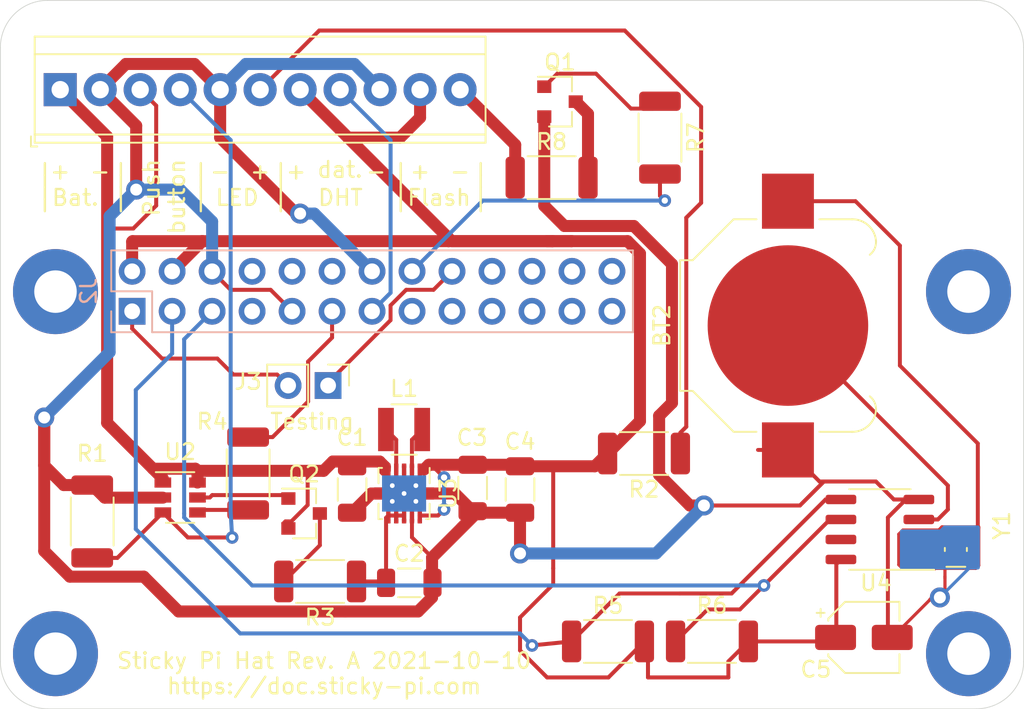
<source format=kicad_pcb>
(kicad_pcb (version 20171130) (host pcbnew 5.1.10)

  (general
    (thickness 1.6)
    (drawings 30)
    (tracks 282)
    (zones 0)
    (modules 28)
    (nets 40)
  )

  (page A4)
  (layers
    (0 F.Cu signal)
    (31 B.Cu signal)
    (32 B.Adhes user)
    (33 F.Adhes user)
    (34 B.Paste user)
    (35 F.Paste user)
    (36 B.SilkS user)
    (37 F.SilkS user)
    (38 B.Mask user)
    (39 F.Mask user)
    (40 Dwgs.User user)
    (41 Cmts.User user hide)
    (42 Eco1.User user hide)
    (43 Eco2.User user hide)
    (44 Edge.Cuts user)
    (45 Margin user hide)
    (46 B.CrtYd user hide)
    (47 F.CrtYd user hide)
    (48 B.Fab user)
    (49 F.Fab user)
  )

  (setup
    (last_trace_width 0.25)
    (user_trace_width 0.2)
    (user_trace_width 0.254)
    (user_trace_width 0.762)
    (trace_clearance 0.2)
    (zone_clearance 0.508)
    (zone_45_only yes)
    (trace_min 0.2)
    (via_size 0.8)
    (via_drill 0.4)
    (via_min_size 0.4)
    (via_min_drill 0.3)
    (user_via 0.4 0.3)
    (user_via 1.27 0.762)
    (uvia_size 0.3)
    (uvia_drill 0.1)
    (uvias_allowed no)
    (uvia_min_size 0.2)
    (uvia_min_drill 0.1)
    (edge_width 0.05)
    (segment_width 0.2)
    (pcb_text_width 0.3)
    (pcb_text_size 1.5 1.5)
    (mod_edge_width 0.12)
    (mod_text_size 1 1)
    (mod_text_width 0.15)
    (pad_size 5.4 5.4)
    (pad_drill 2.7)
    (pad_to_mask_clearance 0)
    (aux_axis_origin 114 103)
    (grid_origin 110.49 129.54)
    (visible_elements FFFFFF7F)
    (pcbplotparams
      (layerselection 0x010fc_ffffffff)
      (usegerberextensions false)
      (usegerberattributes false)
      (usegerberadvancedattributes false)
      (creategerberjobfile true)
      (excludeedgelayer true)
      (linewidth 0.100000)
      (plotframeref false)
      (viasonmask false)
      (mode 1)
      (useauxorigin false)
      (hpglpennumber 1)
      (hpglpenspeed 20)
      (hpglpendiameter 15.000000)
      (psnegative false)
      (psa4output false)
      (plotreference true)
      (plotvalue true)
      (plotinvisibletext false)
      (padsonsilk false)
      (subtractmaskfromsilk false)
      (outputformat 1)
      (mirror false)
      (drillshape 0)
      (scaleselection 1)
      (outputdirectory "spi_hat_gerber/"))
  )

  (net 0 "")
  (net 1 "Net-(BT2-Pad2)")
  (net 2 "Net-(C2-Pad2)")
  (net 3 "Net-(D1-Pad1)")
  (net 4 "Net-(J1-Pad8)")
  (net 5 "Net-(D2-Pad2)")
  (net 6 "Net-(J1-Pad4)")
  (net 7 "Net-(J2-Pad20)")
  (net 8 "Net-(J2-Pad19)")
  (net 9 "Net-(J2-Pad18)")
  (net 10 "Net-(J2-Pad17)")
  (net 11 "Net-(J2-Pad16)")
  (net 12 "Net-(J2-Pad15)")
  (net 13 "Net-(J2-Pad12)")
  (net 14 "Net-(J2-Pad11)")
  (net 15 "Net-(J2-Pad10)")
  (net 16 "Net-(J2-Pad8)")
  (net 17 "Net-(J2-Pad7)")
  (net 18 "Net-(J2-Pad5)")
  (net 19 "Net-(J2-Pad3)")
  (net 20 "Net-(L1-Pad2)")
  (net 21 "Net-(L1-Pad1)")
  (net 22 "Net-(R4-Pad1)")
  (net 23 "Net-(U4-Pad7)")
  (net 24 "Net-(U4-Pad2)")
  (net 25 "Net-(U4-Pad1)")
  (net 26 Earth)
  (net 27 "Net-(BT1-Pad1)")
  (net 28 +5V)
  (net 29 +3V3)
  (net 30 "Net-(J2-Pad26)")
  (net 31 "Net-(J2-Pad25)")
  (net 32 "Net-(J2-Pad24)")
  (net 33 "Net-(J2-Pad23)")
  (net 34 "Net-(J2-Pad22)")
  (net 35 "Net-(J2-Pad21)")
  (net 36 "Net-(Q1-Pad1)")
  (net 37 "Net-(Q1-Pad3)")
  (net 38 "Net-(Q2-Pad1)")
  (net 39 "Net-(Q2-Pad3)")

  (net_class Default "This is the default net class."
    (clearance 0.2)
    (trace_width 0.25)
    (via_dia 0.8)
    (via_drill 0.4)
    (uvia_dia 0.3)
    (uvia_drill 0.1)
    (add_net +3V3)
    (add_net +5V)
    (add_net Earth)
    (add_net "Net-(BT1-Pad1)")
    (add_net "Net-(BT2-Pad2)")
    (add_net "Net-(C2-Pad2)")
    (add_net "Net-(D1-Pad1)")
    (add_net "Net-(D2-Pad2)")
    (add_net "Net-(J1-Pad4)")
    (add_net "Net-(J1-Pad8)")
    (add_net "Net-(J2-Pad10)")
    (add_net "Net-(J2-Pad11)")
    (add_net "Net-(J2-Pad12)")
    (add_net "Net-(J2-Pad15)")
    (add_net "Net-(J2-Pad16)")
    (add_net "Net-(J2-Pad17)")
    (add_net "Net-(J2-Pad18)")
    (add_net "Net-(J2-Pad19)")
    (add_net "Net-(J2-Pad20)")
    (add_net "Net-(J2-Pad21)")
    (add_net "Net-(J2-Pad22)")
    (add_net "Net-(J2-Pad23)")
    (add_net "Net-(J2-Pad24)")
    (add_net "Net-(J2-Pad25)")
    (add_net "Net-(J2-Pad26)")
    (add_net "Net-(J2-Pad3)")
    (add_net "Net-(J2-Pad5)")
    (add_net "Net-(J2-Pad7)")
    (add_net "Net-(J2-Pad8)")
    (add_net "Net-(L1-Pad1)")
    (add_net "Net-(L1-Pad2)")
    (add_net "Net-(Q1-Pad1)")
    (add_net "Net-(Q1-Pad3)")
    (add_net "Net-(Q2-Pad1)")
    (add_net "Net-(Q2-Pad3)")
    (add_net "Net-(R4-Pad1)")
    (add_net "Net-(U4-Pad1)")
    (add_net "Net-(U4-Pad2)")
    (add_net "Net-(U4-Pad7)")
  )

  (module Package_TO_SOT_SMD:SOT-23 (layer F.Cu) (tedit 5A02FF57) (tstamp 6166BA3C)
    (at 129.794 117.094)
    (descr "SOT-23, Standard")
    (tags SOT-23)
    (path /6167A20B)
    (attr smd)
    (fp_text reference Q2 (at 0 -2.5) (layer F.SilkS)
      (effects (font (size 1 1) (thickness 0.15)))
    )
    (fp_text value DMP2045U (at -0.254 2.54) (layer F.Fab)
      (effects (font (size 1 1) (thickness 0.15)))
    )
    (fp_text user %R (at 0 0 90) (layer F.Fab)
      (effects (font (size 0.5 0.5) (thickness 0.075)))
    )
    (fp_line (start -0.7 -0.95) (end -0.7 1.5) (layer F.Fab) (width 0.1))
    (fp_line (start -0.15 -1.52) (end 0.7 -1.52) (layer F.Fab) (width 0.1))
    (fp_line (start -0.7 -0.95) (end -0.15 -1.52) (layer F.Fab) (width 0.1))
    (fp_line (start 0.7 -1.52) (end 0.7 1.52) (layer F.Fab) (width 0.1))
    (fp_line (start -0.7 1.52) (end 0.7 1.52) (layer F.Fab) (width 0.1))
    (fp_line (start 0.76 1.58) (end 0.76 0.65) (layer F.SilkS) (width 0.12))
    (fp_line (start 0.76 -1.58) (end 0.76 -0.65) (layer F.SilkS) (width 0.12))
    (fp_line (start -1.7 -1.75) (end 1.7 -1.75) (layer F.CrtYd) (width 0.05))
    (fp_line (start 1.7 -1.75) (end 1.7 1.75) (layer F.CrtYd) (width 0.05))
    (fp_line (start 1.7 1.75) (end -1.7 1.75) (layer F.CrtYd) (width 0.05))
    (fp_line (start -1.7 1.75) (end -1.7 -1.75) (layer F.CrtYd) (width 0.05))
    (fp_line (start 0.76 -1.58) (end -1.4 -1.58) (layer F.SilkS) (width 0.12))
    (fp_line (start 0.76 1.58) (end -0.7 1.58) (layer F.SilkS) (width 0.12))
    (pad 3 smd rect (at 1 0) (size 0.9 0.8) (layers F.Cu F.Paste F.Mask)
      (net 39 "Net-(Q2-Pad3)"))
    (pad 2 smd rect (at -1 0.95) (size 0.9 0.8) (layers F.Cu F.Paste F.Mask)
      (net 27 "Net-(BT1-Pad1)"))
    (pad 1 smd rect (at -1 -0.95) (size 0.9 0.8) (layers F.Cu F.Paste F.Mask)
      (net 38 "Net-(Q2-Pad1)"))
    (model ${KISYS3DMOD}/Package_TO_SOT_SMD.3dshapes/SOT-23.wrl
      (at (xyz 0 0 0))
      (scale (xyz 1 1 1))
      (rotate (xyz 0 0 0))
    )
  )

  (module Battery:BatteryHolder_Keystone_3000_1x12mm (layer F.Cu) (tedit 5D9CBDF8) (tstamp 613B2252)
    (at 160.528 105.156 90)
    (descr http://www.keyelco.com/product-pdf.cfm?p=777)
    (tags "Keystone type 3000 coin cell retainer")
    (path /616EDF57)
    (attr smd)
    (fp_text reference BT2 (at 0 -8 90) (layer F.SilkS)
      (effects (font (size 1 1) (thickness 0.15)))
    )
    (fp_text value Battery_Cell (at 0 7.5 90) (layer F.Fab)
      (effects (font (size 1 1) (thickness 0.15)))
    )
    (fp_line (start -5.29 6.76) (end 5.29 6.76) (layer F.CrtYd) (width 0.05))
    (fp_line (start -4 -6.7) (end 4 -6.7) (layer F.Fab) (width 0.1))
    (fp_line (start -4 -6.7) (end -4 -6) (layer F.Fab) (width 0.1))
    (fp_line (start 4 -6.7) (end 4 -6) (layer F.Fab) (width 0.1))
    (fp_line (start -4 -6) (end -6.6 -3.4) (layer F.Fab) (width 0.1))
    (fp_line (start 4 -6) (end 6.6 -3.4) (layer F.Fab) (width 0.1))
    (fp_line (start -6.6 -3.4) (end -6.6 4.1) (layer F.Fab) (width 0.1))
    (fp_line (start 6.6 -3.4) (end 6.6 4.1) (layer F.Fab) (width 0.1))
    (fp_line (start 10.15 2.15) (end 7.25 2.15) (layer F.CrtYd) (width 0.05))
    (fp_line (start 10.15 -2.15) (end 10.15 2.15) (layer F.CrtYd) (width 0.05))
    (fp_line (start 7.25 -2.15) (end 10.15 -2.15) (layer F.CrtYd) (width 0.05))
    (fp_line (start -10.15 2.15) (end -7.25 2.15) (layer F.CrtYd) (width 0.05))
    (fp_line (start -10.15 -2.15) (end -10.15 2.15) (layer F.CrtYd) (width 0.05))
    (fp_line (start -7.25 -2.15) (end -10.15 -2.15) (layer F.CrtYd) (width 0.05))
    (fp_line (start 6.75 -3.45) (end 6.75 -2) (layer F.SilkS) (width 0.12))
    (fp_line (start 4.15 -6.05) (end 6.75 -3.45) (layer F.SilkS) (width 0.12))
    (fp_line (start 4.15 -6.85) (end 4.15 -6.05) (layer F.SilkS) (width 0.12))
    (fp_line (start -4.15 -6.85) (end 4.15 -6.85) (layer F.SilkS) (width 0.12))
    (fp_line (start -4.15 -6.05) (end -4.15 -6.85) (layer F.SilkS) (width 0.12))
    (fp_line (start -6.75 -3.45) (end -4.15 -6.05) (layer F.SilkS) (width 0.12))
    (fp_line (start -6.75 -2) (end -6.75 -3.45) (layer F.SilkS) (width 0.12))
    (fp_line (start -7.25 -2.15) (end -7.25 -3.8) (layer F.CrtYd) (width 0.05))
    (fp_line (start -7.25 -3.8) (end -4.65 -6.4) (layer F.CrtYd) (width 0.05))
    (fp_line (start -4.65 -6.4) (end -4.65 -7.35) (layer F.CrtYd) (width 0.05))
    (fp_line (start -4.65 -7.35) (end 4.65 -7.35) (layer F.CrtYd) (width 0.05))
    (fp_line (start 4.65 -6.4) (end 4.65 -7.35) (layer F.CrtYd) (width 0.05))
    (fp_line (start 7.25 -3.8) (end 4.65 -6.4) (layer F.CrtYd) (width 0.05))
    (fp_line (start 7.25 -2.15) (end 7.25 -3.8) (layer F.CrtYd) (width 0.05))
    (fp_line (start -6.75 2) (end -6.75 4.1) (layer F.SilkS) (width 0.12))
    (fp_line (start 6.75 2) (end 6.75 4.1) (layer F.SilkS) (width 0.12))
    (fp_line (start 7.25 2.15) (end 7.25 4.8) (layer F.CrtYd) (width 0.05))
    (fp_line (start -7.25 2.15) (end -7.25 4.8) (layer F.CrtYd) (width 0.05))
    (fp_circle (center 0 0) (end 0 6.25) (layer Dwgs.User) (width 0.15))
    (fp_arc (start -5.25 4.1) (end -5.3 5.45) (angle 90) (layer F.Fab) (width 0.1))
    (fp_arc (start 5.25 4.1) (end 5.3 5.45) (angle -90) (layer F.Fab) (width 0.1))
    (fp_arc (start -5.25 4.1) (end -5.3 5.6) (angle 90) (layer F.SilkS) (width 0.12))
    (fp_arc (start 5.25 4.1) (end 5.3 5.6) (angle -90) (layer F.SilkS) (width 0.12))
    (fp_arc (start -5.29 4.8) (end -5.29 6.76) (angle 90) (layer F.CrtYd) (width 0.05))
    (fp_arc (start 0 8.9) (end -4.6 5.1) (angle 101) (layer F.Fab) (width 0.1))
    (fp_arc (start -5.29 4.6) (end -4.6 5.1) (angle 60) (layer F.Fab) (width 0.1))
    (fp_arc (start 5.29 4.6) (end 4.6 5.1) (angle -60) (layer F.Fab) (width 0.1))
    (fp_arc (start -5.29 4.6) (end -4.5 5.2) (angle 60) (layer F.SilkS) (width 0.12))
    (fp_arc (start 5.29 4.6) (end 4.5 5.2) (angle -60) (layer F.SilkS) (width 0.12))
    (fp_arc (start 5.29 4.8) (end 5.29 6.76) (angle -90) (layer F.CrtYd) (width 0.05))
    (fp_text user %R (at 0 0 90) (layer F.Fab)
      (effects (font (size 1 1) (thickness 0.15)))
    )
    (pad 2 smd circle (at 0 0 90) (size 10.2 10.2) (layers F.Cu F.Mask)
      (net 1 "Net-(BT2-Pad2)"))
    (pad 1 smd rect (at 7.9 0 90) (size 3.5 3.3) (layers F.Cu F.Paste F.Mask)
      (net 26 Earth))
    (pad 1 smd rect (at -7.9 0 90) (size 3.5 3.3) (layers F.Cu F.Paste F.Mask)
      (net 26 Earth))
    (model ${KISYS3DMOD}/Battery.3dshapes/BatteryHolder_Keystone_3000_1x12mm.wrl
      (at (xyz 0 0 0))
      (scale (xyz 1 1 1))
      (rotate (xyz 0 0 0))
    )
  )

  (module Resistor_SMD:R_2010_5025Metric (layer F.Cu) (tedit 5F68FEEE) (tstamp 6145E6E5)
    (at 145.5155 95.758)
    (descr "Resistor SMD 2010 (5025 Metric), square (rectangular) end terminal, IPC_7351 nominal, (Body size source: IPC-SM-782 page 72, https://www.pcb-3d.com/wordpress/wp-content/uploads/ipc-sm-782a_amendment_1_and_2.pdf), generated with kicad-footprint-generator")
    (tags resistor)
    (path /614F2EDD)
    (attr smd)
    (fp_text reference R8 (at 0 -2.28) (layer F.SilkS)
      (effects (font (size 1 1) (thickness 0.15)))
    )
    (fp_text value 5.5Ω (at 0 2.28) (layer F.Fab)
      (effects (font (size 1 1) (thickness 0.15)))
    )
    (fp_line (start 3.18 1.58) (end -3.18 1.58) (layer F.CrtYd) (width 0.05))
    (fp_line (start 3.18 -1.58) (end 3.18 1.58) (layer F.CrtYd) (width 0.05))
    (fp_line (start -3.18 -1.58) (end 3.18 -1.58) (layer F.CrtYd) (width 0.05))
    (fp_line (start -3.18 1.58) (end -3.18 -1.58) (layer F.CrtYd) (width 0.05))
    (fp_line (start -1.527064 1.36) (end 1.527064 1.36) (layer F.SilkS) (width 0.12))
    (fp_line (start -1.527064 -1.36) (end 1.527064 -1.36) (layer F.SilkS) (width 0.12))
    (fp_line (start 2.5 1.25) (end -2.5 1.25) (layer F.Fab) (width 0.1))
    (fp_line (start 2.5 -1.25) (end 2.5 1.25) (layer F.Fab) (width 0.1))
    (fp_line (start -2.5 -1.25) (end 2.5 -1.25) (layer F.Fab) (width 0.1))
    (fp_line (start -2.5 1.25) (end -2.5 -1.25) (layer F.Fab) (width 0.1))
    (fp_text user %R (at 0 0) (layer F.Fab)
      (effects (font (size 1 1) (thickness 0.15)))
    )
    (pad 2 smd roundrect (at 2.3125 0) (size 1.225 2.65) (layers F.Cu F.Paste F.Mask) (roundrect_rratio 0.204082)
      (net 37 "Net-(Q1-Pad3)"))
    (pad 1 smd roundrect (at -2.3125 0) (size 1.225 2.65) (layers F.Cu F.Paste F.Mask) (roundrect_rratio 0.204082)
      (net 3 "Net-(D1-Pad1)"))
    (model ${KISYS3DMOD}/Resistor_SMD.3dshapes/R_2010_5025Metric.wrl
      (at (xyz 0 0 0))
      (scale (xyz 1 1 1))
      (rotate (xyz 0 0 0))
    )
  )

  (module Connector_PinSocket_2.54mm:PinSocket_2x13_P2.54mm_Vertical (layer B.Cu) (tedit 5A19A430) (tstamp 613B1FBC)
    (at 118.87 104.25 270)
    (descr "Through hole straight socket strip, 2x13, 2.54mm pitch, double cols (from Kicad 4.0.7), script generated")
    (tags "Through hole socket strip THT 2x13 2.54mm double row")
    (path /6157EF99)
    (fp_text reference J2 (at -1.27 2.77 90) (layer B.SilkS)
      (effects (font (size 1 1) (thickness 0.15)) (justify mirror))
    )
    (fp_text value Conn_02x13_Odd_Even (at -1.27 -33.25 90) (layer B.Fab)
      (effects (font (size 1 1) (thickness 0.15)) (justify mirror))
    )
    (fp_line (start -4.34 -32.25) (end -4.34 1.8) (layer B.CrtYd) (width 0.05))
    (fp_line (start 1.76 -32.25) (end -4.34 -32.25) (layer B.CrtYd) (width 0.05))
    (fp_line (start 1.76 1.8) (end 1.76 -32.25) (layer B.CrtYd) (width 0.05))
    (fp_line (start -4.34 1.8) (end 1.76 1.8) (layer B.CrtYd) (width 0.05))
    (fp_line (start 0 1.33) (end 1.33 1.33) (layer B.SilkS) (width 0.12))
    (fp_line (start 1.33 1.33) (end 1.33 0) (layer B.SilkS) (width 0.12))
    (fp_line (start -1.27 1.33) (end -1.27 -1.27) (layer B.SilkS) (width 0.12))
    (fp_line (start -1.27 -1.27) (end 1.33 -1.27) (layer B.SilkS) (width 0.12))
    (fp_line (start 1.33 -1.27) (end 1.33 -31.81) (layer B.SilkS) (width 0.12))
    (fp_line (start -3.87 -31.81) (end 1.33 -31.81) (layer B.SilkS) (width 0.12))
    (fp_line (start -3.87 1.33) (end -3.87 -31.81) (layer B.SilkS) (width 0.12))
    (fp_line (start -3.87 1.33) (end -1.27 1.33) (layer B.SilkS) (width 0.12))
    (fp_line (start -3.81 -31.75) (end -3.81 1.27) (layer B.Fab) (width 0.1))
    (fp_line (start 1.27 -31.75) (end -3.81 -31.75) (layer B.Fab) (width 0.1))
    (fp_line (start 1.27 0.27) (end 1.27 -31.75) (layer B.Fab) (width 0.1))
    (fp_line (start 0.27 1.27) (end 1.27 0.27) (layer B.Fab) (width 0.1))
    (fp_line (start -3.81 1.27) (end 0.27 1.27) (layer B.Fab) (width 0.1))
    (fp_text user %R (at -1.27 -15.24 180) (layer B.Fab)
      (effects (font (size 1 1) (thickness 0.15)) (justify mirror))
    )
    (pad 26 thru_hole oval (at -2.54 -30.48 270) (size 1.7 1.7) (drill 1) (layers *.Cu *.Mask)
      (net 30 "Net-(J2-Pad26)"))
    (pad 25 thru_hole oval (at 0 -30.48 270) (size 1.7 1.7) (drill 1) (layers *.Cu *.Mask)
      (net 31 "Net-(J2-Pad25)"))
    (pad 24 thru_hole oval (at -2.54 -27.94 270) (size 1.7 1.7) (drill 1) (layers *.Cu *.Mask)
      (net 32 "Net-(J2-Pad24)"))
    (pad 23 thru_hole oval (at 0 -27.94 270) (size 1.7 1.7) (drill 1) (layers *.Cu *.Mask)
      (net 33 "Net-(J2-Pad23)"))
    (pad 22 thru_hole oval (at -2.54 -25.4 270) (size 1.7 1.7) (drill 1) (layers *.Cu *.Mask)
      (net 34 "Net-(J2-Pad22)"))
    (pad 21 thru_hole oval (at 0 -25.4 270) (size 1.7 1.7) (drill 1) (layers *.Cu *.Mask)
      (net 35 "Net-(J2-Pad21)"))
    (pad 20 thru_hole oval (at -2.54 -22.86 270) (size 1.7 1.7) (drill 1) (layers *.Cu *.Mask)
      (net 7 "Net-(J2-Pad20)"))
    (pad 19 thru_hole oval (at 0 -22.86 270) (size 1.7 1.7) (drill 1) (layers *.Cu *.Mask)
      (net 8 "Net-(J2-Pad19)"))
    (pad 18 thru_hole oval (at -2.54 -20.32 270) (size 1.7 1.7) (drill 1) (layers *.Cu *.Mask)
      (net 9 "Net-(J2-Pad18)"))
    (pad 17 thru_hole oval (at 0 -20.32 270) (size 1.7 1.7) (drill 1) (layers *.Cu *.Mask)
      (net 10 "Net-(J2-Pad17)"))
    (pad 16 thru_hole oval (at -2.54 -17.78 270) (size 1.7 1.7) (drill 1) (layers *.Cu *.Mask)
      (net 11 "Net-(J2-Pad16)"))
    (pad 15 thru_hole oval (at 0 -17.78 270) (size 1.7 1.7) (drill 1) (layers *.Cu *.Mask)
      (net 12 "Net-(J2-Pad15)"))
    (pad 14 thru_hole oval (at -2.54 -15.24 270) (size 1.7 1.7) (drill 1) (layers *.Cu *.Mask)
      (net 26 Earth))
    (pad 13 thru_hole oval (at 0 -15.24 270) (size 1.7 1.7) (drill 1) (layers *.Cu *.Mask)
      (net 4 "Net-(J1-Pad8)"))
    (pad 12 thru_hole oval (at -2.54 -12.7 270) (size 1.7 1.7) (drill 1) (layers *.Cu *.Mask)
      (net 13 "Net-(J2-Pad12)"))
    (pad 11 thru_hole oval (at 0 -12.7 270) (size 1.7 1.7) (drill 1) (layers *.Cu *.Mask)
      (net 14 "Net-(J2-Pad11)"))
    (pad 10 thru_hole oval (at -2.54 -10.16 270) (size 1.7 1.7) (drill 1) (layers *.Cu *.Mask)
      (net 15 "Net-(J2-Pad10)"))
    (pad 9 thru_hole oval (at 0 -10.16 270) (size 1.7 1.7) (drill 1) (layers *.Cu *.Mask)
      (net 26 Earth))
    (pad 8 thru_hole oval (at -2.54 -7.62 270) (size 1.7 1.7) (drill 1) (layers *.Cu *.Mask)
      (net 16 "Net-(J2-Pad8)"))
    (pad 7 thru_hole oval (at 0 -7.62 270) (size 1.7 1.7) (drill 1) (layers *.Cu *.Mask)
      (net 17 "Net-(J2-Pad7)"))
    (pad 6 thru_hole oval (at -2.54 -5.08 270) (size 1.7 1.7) (drill 1) (layers *.Cu *.Mask)
      (net 26 Earth))
    (pad 5 thru_hole oval (at 0 -5.08 270) (size 1.7 1.7) (drill 1) (layers *.Cu *.Mask)
      (net 18 "Net-(J2-Pad5)"))
    (pad 4 thru_hole oval (at -2.54 -2.54 270) (size 1.7 1.7) (drill 1) (layers *.Cu *.Mask)
      (net 28 +5V))
    (pad 3 thru_hole oval (at 0 -2.54 270) (size 1.7 1.7) (drill 1) (layers *.Cu *.Mask)
      (net 19 "Net-(J2-Pad3)"))
    (pad 2 thru_hole oval (at -2.54 0 270) (size 1.7 1.7) (drill 1) (layers *.Cu *.Mask)
      (net 28 +5V))
    (pad 1 thru_hole rect (at 0 0 270) (size 1.7 1.7) (drill 1) (layers *.Cu *.Mask)
      (net 29 +3V3))
    (model ${KISYS3DMOD}/Connector_PinSocket_2.54mm.3dshapes/PinSocket_2x13_P2.54mm_Vertical.wrl
      (at (xyz 0 0 0))
      (scale (xyz 1 1 1))
      (rotate (xyz 0 0 0))
    )
  )

  (module Connector_PinHeader_2.54mm:PinHeader_1x02_P2.54mm_Vertical (layer F.Cu) (tedit 59FED5CC) (tstamp 6144F3B3)
    (at 131.318 108.966 270)
    (descr "Through hole straight pin header, 1x02, 2.54mm pitch, single row")
    (tags "Through hole pin header THT 1x02 2.54mm single row")
    (path /61484E4C)
    (fp_text reference J3 (at -0.254 5.08 180) (layer F.SilkS)
      (effects (font (size 1 1) (thickness 0.15)))
    )
    (fp_text value Conn_01x02_Male (at -2.286 0.508 180) (layer F.Fab)
      (effects (font (size 1 1) (thickness 0.15)))
    )
    (fp_line (start 1.8 -1.8) (end -1.8 -1.8) (layer F.CrtYd) (width 0.05))
    (fp_line (start 1.8 4.35) (end 1.8 -1.8) (layer F.CrtYd) (width 0.05))
    (fp_line (start -1.8 4.35) (end 1.8 4.35) (layer F.CrtYd) (width 0.05))
    (fp_line (start -1.8 -1.8) (end -1.8 4.35) (layer F.CrtYd) (width 0.05))
    (fp_line (start -1.33 -1.33) (end 0 -1.33) (layer F.SilkS) (width 0.12))
    (fp_line (start -1.33 0) (end -1.33 -1.33) (layer F.SilkS) (width 0.12))
    (fp_line (start -1.33 1.27) (end 1.33 1.27) (layer F.SilkS) (width 0.12))
    (fp_line (start 1.33 1.27) (end 1.33 3.87) (layer F.SilkS) (width 0.12))
    (fp_line (start -1.33 1.27) (end -1.33 3.87) (layer F.SilkS) (width 0.12))
    (fp_line (start -1.33 3.87) (end 1.33 3.87) (layer F.SilkS) (width 0.12))
    (fp_line (start -1.27 -0.635) (end -0.635 -1.27) (layer F.Fab) (width 0.1))
    (fp_line (start -1.27 3.81) (end -1.27 -0.635) (layer F.Fab) (width 0.1))
    (fp_line (start 1.27 3.81) (end -1.27 3.81) (layer F.Fab) (width 0.1))
    (fp_line (start 1.27 -1.27) (end 1.27 3.81) (layer F.Fab) (width 0.1))
    (fp_line (start -0.635 -1.27) (end 1.27 -1.27) (layer F.Fab) (width 0.1))
    (fp_text user %R (at 0 1.27) (layer F.Fab)
      (effects (font (size 1 1) (thickness 0.15)))
    )
    (pad 2 thru_hole oval (at 0 2.54 270) (size 1.7 1.7) (drill 1) (layers *.Cu *.Mask)
      (net 29 +3V3))
    (pad 1 thru_hole rect (at 0 0 270) (size 1.7 1.7) (drill 1) (layers *.Cu *.Mask)
      (net 9 "Net-(J2-Pad18)"))
    (model ${KISYS3DMOD}/Connector_PinHeader_2.54mm.3dshapes/PinHeader_1x02_P2.54mm_Vertical.wrl
      (at (xyz 0 0 0))
      (scale (xyz 1 1 1))
      (rotate (xyz 0 0 0))
    )
  )

  (module Crystal:Crystal_SMD_MicroCrystal_CM9V-T1A-2Pin_1.6x1.0mm (layer F.Cu) (tedit 5D24C13B) (tstamp 613B81C6)
    (at 171.196 119.38 90)
    (descr "SMD Crystal MicroCrystal CM9V-T1A series https://www.microcrystal.com/fileadmin/Media/Products/32kHz/Datasheet/CM9V-T1A.pdf, 1.6x1.0mm^2 package")
    (tags "SMD SMT crystal")
    (path /616F7111)
    (attr smd)
    (fp_text reference Y1 (at 1.524 2.921 90) (layer F.SilkS)
      (effects (font (size 1 1) (thickness 0.15)))
    )
    (fp_text value Crystal (at 0 1.7 90) (layer F.Fab)
      (effects (font (size 1 1) (thickness 0.15)))
    )
    (fp_line (start -0.8 -0.5) (end -0.8 0.5) (layer F.Fab) (width 0.1))
    (fp_line (start -0.8 0.5) (end 0.8 0.5) (layer F.Fab) (width 0.1))
    (fp_line (start 0.8 0.5) (end 0.8 -0.5) (layer F.Fab) (width 0.1))
    (fp_line (start 0.8 -0.5) (end -0.8 -0.5) (layer F.Fab) (width 0.1))
    (fp_line (start -0.8 0) (end -0.3 0.5) (layer F.Fab) (width 0.1))
    (fp_line (start -0.1 -0.7) (end 0.1 -0.7) (layer F.SilkS) (width 0.12))
    (fp_line (start -0.1 0.7) (end 0.1 0.7) (layer F.SilkS) (width 0.12))
    (fp_line (start -1.1 -0.6) (end -1.1 0.6) (layer F.SilkS) (width 0.12))
    (fp_line (start -1.2 -0.9) (end -1.2 0.9) (layer F.CrtYd) (width 0.05))
    (fp_line (start -1.2 0.9) (end 1.2 0.9) (layer F.CrtYd) (width 0.05))
    (fp_line (start 1.2 0.9) (end 1.2 -0.9) (layer F.CrtYd) (width 0.05))
    (fp_line (start 1.2 -0.9) (end -1.2 -0.9) (layer F.CrtYd) (width 0.05))
    (fp_text user %R (at 0 0 90) (layer F.Fab)
      (effects (font (size 0.5 0.5) (thickness 0.075)))
    )
    (pad 2 smd rect (at 0.6 0 90) (size 0.6 1.2) (layers F.Cu F.Paste F.Mask)
      (net 24 "Net-(U4-Pad2)"))
    (pad 1 smd rect (at -0.6 0 90) (size 0.6 1.2) (layers F.Cu F.Paste F.Mask)
      (net 25 "Net-(U4-Pad1)"))
    (model ${KISYS3DMOD}/Crystal.3dshapes/Crystal_SMD_MicroCrystal_CM9V-T1A-2Pin_1.6x1.0mm.wrl
      (at (xyz 0 0 0))
      (scale (xyz 1 1 1))
      (rotate (xyz 0 0 0))
    )
  )

  (module Package_SON:Texas_DSC0010J_ThermalVias (layer F.Cu) (tedit 5A8E06E8) (tstamp 6166BFCE)
    (at 136.144 115.824 270)
    (descr "3x3mm Body, 0.5mm Pitch, DSC0010J, WSON, http://www.ti.com/lit/ds/symlink/tps61201.pdf")
    (tags "0.5 DSC0010J WSON")
    (path /6136C756)
    (attr smd)
    (fp_text reference U3 (at 0 -2.8 90) (layer F.SilkS)
      (effects (font (size 1 1) (thickness 0.15)))
    )
    (fp_text value TPS63002 (at 2.794 -0.508 180) (layer F.Fab)
      (effects (font (size 1 1) (thickness 0.15)))
    )
    (fp_line (start -0.775 -1.55) (end -1.55 -0.775) (layer F.Fab) (width 0.1))
    (fp_line (start -1.55 1.55) (end -1.55 -0.775) (layer F.Fab) (width 0.1))
    (fp_line (start 1.55 1.55) (end -1.55 1.55) (layer F.Fab) (width 0.1))
    (fp_line (start 1.55 -1.55) (end 1.55 1.55) (layer F.Fab) (width 0.1))
    (fp_line (start -0.775 -1.55) (end 1.55 -1.55) (layer F.Fab) (width 0.1))
    (fp_line (start -2.15 -2.15) (end -2.15 2.15) (layer F.CrtYd) (width 0.05))
    (fp_line (start 2.15 -2.15) (end 2.15 2.15) (layer F.CrtYd) (width 0.05))
    (fp_line (start -2.15 -2.15) (end 2.15 -2.15) (layer F.CrtYd) (width 0.05))
    (fp_line (start -2.15 2.15) (end 2.15 2.15) (layer F.CrtYd) (width 0.05))
    (fp_line (start 0.65 1.625) (end 1.625 1.625) (layer F.SilkS) (width 0.12))
    (fp_line (start -1.625 -1.625) (end -0.65 -1.625) (layer F.SilkS) (width 0.12))
    (fp_line (start 0.65 -1.625) (end 1.625 -1.625) (layer F.SilkS) (width 0.12))
    (fp_line (start -1.625 1.625) (end -0.65 1.625) (layer F.SilkS) (width 0.12))
    (fp_line (start 1.625 -1.4) (end 1.625 -1.625) (layer F.SilkS) (width 0.12))
    (fp_line (start 1.625 1.4) (end 1.625 1.625) (layer F.SilkS) (width 0.12))
    (fp_line (start -1.625 1.625) (end -1.625 1.4) (layer F.SilkS) (width 0.12))
    (fp_text user %R (at 0 0 90) (layer F.Fab)
      (effects (font (size 0.7 0.7) (thickness 0.1)))
    )
    (pad 11 smd rect (at 0 0 270) (size 2.3 2.8) (layers B.Cu)
      (net 26 Earth))
    (pad 11 thru_hole circle (at -0.5 0.75 270) (size 0.6 0.6) (drill 0.3) (layers *.Cu *.Mask)
      (net 26 Earth))
    (pad 11 thru_hole circle (at -0.5 -0.75 270) (size 0.6 0.6) (drill 0.3) (layers *.Cu *.Mask)
      (net 26 Earth))
    (pad 11 thru_hole circle (at 0.5 -0.75 270) (size 0.6 0.6) (drill 0.3) (layers *.Cu *.Mask)
      (net 26 Earth))
    (pad 11 thru_hole circle (at 0 0 270) (size 0.6 0.6) (drill 0.3) (layers *.Cu *.Mask)
      (net 26 Earth))
    (pad 11 thru_hole circle (at 0.5 0.75 270) (size 0.6 0.6) (drill 0.3) (layers *.Cu *.Mask)
      (net 26 Earth))
    (pad 10 smd oval (at 1.475 -1 270) (size 0.85 0.28) (layers F.Cu F.Paste F.Mask)
      (net 28 +5V) (solder_mask_margin 0.07) (solder_paste_margin -0.025))
    (pad 9 smd oval (at 1.475 -0.5 270) (size 0.85 0.28) (layers F.Cu F.Paste F.Mask)
      (net 26 Earth) (solder_mask_margin 0.07) (solder_paste_margin -0.025))
    (pad 8 smd oval (at 1.475 0 270) (size 0.85 0.28) (layers F.Cu F.Paste F.Mask)
      (net 2 "Net-(C2-Pad2)") (solder_mask_margin 0.07) (solder_paste_margin -0.025))
    (pad 7 smd rect (at 1.76 0.5 270) (size 0.28 0.28) (layers F.Cu F.Paste F.Mask)
      (net 2 "Net-(C2-Pad2)") (solder_mask_margin 0.07) (solder_paste_margin -0.025))
    (pad 6 smd rect (at 1.76 1 270) (size 0.28 0.28) (layers F.Cu F.Paste F.Mask)
      (net 2 "Net-(C2-Pad2)") (solder_mask_margin 0.07) (solder_paste_margin -0.025))
    (pad 5 smd oval (at -1.475 1 270) (size 0.85 0.28) (layers F.Cu F.Paste F.Mask)
      (net 27 "Net-(BT1-Pad1)") (solder_mask_margin 0.07) (solder_paste_margin -0.025))
    (pad 4 smd rect (at -1.76 0.5 270) (size 0.28 0.28) (layers F.Cu F.Paste F.Mask)
      (net 20 "Net-(L1-Pad2)") (solder_mask_margin 0.07) (solder_paste_margin -0.025))
    (pad 3 smd oval (at -1.475 0 270) (size 0.85 0.28) (layers F.Cu F.Paste F.Mask)
      (net 26 Earth) (solder_mask_margin 0.07) (solder_paste_margin -0.025))
    (pad 2 smd rect (at -1.76 -0.5 270) (size 0.28 0.28) (layers F.Cu F.Paste F.Mask)
      (net 21 "Net-(L1-Pad1)") (solder_mask_margin 0.07) (solder_paste_margin -0.025))
    (pad 1 smd rect (at -1.76 -1 270) (size 0.28 0.28) (layers F.Cu F.Paste F.Mask)
      (net 28 +5V) (solder_mask_margin 0.07) (solder_paste_margin -0.025))
    (pad 11 smd rect (at 0 0 270) (size 1.65 2.4) (layers F.Cu F.Mask)
      (net 26 Earth))
    (pad 11 smd rect (at 0.45 0.635 270) (size 0.68 1.05) (layers F.Cu F.Paste F.Mask)
      (net 26 Earth))
    (pad 11 smd rect (at -0.45 0.635 270) (size 0.68 1.05) (layers F.Cu F.Paste F.Mask)
      (net 26 Earth))
    (pad 11 smd rect (at 0.45 -0.635 270) (size 0.68 1.05) (layers F.Cu F.Paste F.Mask)
      (net 26 Earth))
    (pad 11 smd rect (at 0.25 1.63 270) (size 0.26 0.5) (layers F.Cu F.Paste F.Mask)
      (net 26 Earth))
    (pad 11 smd rect (at -0.25 1.63 270) (size 0.26 0.5) (layers F.Cu F.Paste F.Mask)
      (net 26 Earth))
    (pad 11 smd rect (at 0.25 -1.63 270) (size 0.26 0.5) (layers F.Cu F.Paste F.Mask)
      (net 26 Earth))
    (pad 11 smd rect (at 0.25 1.55 270) (size 0.28 0.7) (layers F.Cu F.Mask)
      (net 26 Earth))
    (pad 11 smd rect (at -0.25 1.55 270) (size 0.28 0.7) (layers F.Cu F.Mask)
      (net 26 Earth))
    (pad 11 smd rect (at 0.25 -1.55 270) (size 0.28 0.7) (layers F.Cu F.Mask)
      (net 26 Earth))
    (pad 11 smd rect (at -0.25 -1.63 270) (size 0.26 0.5) (layers F.Cu F.Paste F.Mask)
      (net 26 Earth))
    (pad 11 smd rect (at -0.25 -1.55 270) (size 0.28 0.7) (layers F.Cu F.Mask)
      (net 26 Earth))
    (pad 11 smd rect (at -0.45 -0.635 270) (size 0.68 1.05) (layers F.Cu F.Paste F.Mask)
      (net 26 Earth))
    (pad 10 smd rect (at 1.76 -1 270) (size 0.28 0.28) (layers F.Cu F.Paste F.Mask)
      (net 28 +5V) (solder_mask_margin 0.07) (solder_paste_margin -0.025))
    (pad 9 smd rect (at 1.76 -0.5 270) (size 0.28 0.28) (layers F.Cu F.Paste F.Mask)
      (net 26 Earth) (solder_mask_margin 0.07) (solder_paste_margin -0.025))
    (pad 8 smd rect (at 1.76 0 270) (size 0.28 0.28) (layers F.Cu F.Paste F.Mask)
      (net 2 "Net-(C2-Pad2)") (solder_mask_margin 0.07) (solder_paste_margin -0.025))
    (pad 7 smd oval (at 1.475 0.5 270) (size 0.85 0.28) (layers F.Cu F.Paste F.Mask)
      (net 2 "Net-(C2-Pad2)") (solder_mask_margin 0.07) (solder_paste_margin -0.025))
    (pad 6 smd oval (at 1.475 1 270) (size 0.85 0.28) (layers F.Cu F.Paste F.Mask)
      (net 2 "Net-(C2-Pad2)") (solder_mask_margin 0.07) (solder_paste_margin -0.025))
    (pad 5 smd rect (at -1.76 1 270) (size 0.28 0.28) (layers F.Cu F.Paste F.Mask)
      (net 27 "Net-(BT1-Pad1)") (solder_mask_margin 0.07) (solder_paste_margin -0.025))
    (pad 4 smd oval (at -1.475 0.5 270) (size 0.85 0.28) (layers F.Cu F.Paste F.Mask)
      (net 20 "Net-(L1-Pad2)") (solder_mask_margin 0.07) (solder_paste_margin -0.025))
    (pad 3 smd rect (at -1.76 0 270) (size 0.28 0.28) (layers F.Cu F.Paste F.Mask)
      (net 26 Earth) (solder_mask_margin 0.07) (solder_paste_margin -0.025))
    (pad 2 smd oval (at -1.475 -0.5 270) (size 0.85 0.28) (layers F.Cu F.Paste F.Mask)
      (net 21 "Net-(L1-Pad1)") (solder_mask_margin 0.07) (solder_paste_margin -0.025))
    (pad 1 smd oval (at -1.475 -1 270) (size 0.85 0.28) (layers F.Cu F.Paste F.Mask)
      (net 28 +5V) (solder_mask_margin 0.07) (solder_paste_margin -0.025))
    (model ${KISYS3DMOD}/Package_SON.3dshapes/Texas_S-DSC0010J.wrl
      (at (xyz 0 0 0))
      (scale (xyz 1 1 1))
      (rotate (xyz 0 0 0))
    )
  )

  (module Capacitor_SMD:CP_Elec_4x4.5 (layer F.Cu) (tedit 5BCA39CF) (tstamp 613B563A)
    (at 165.354 124.968)
    (descr "SMD capacitor, aluminum electrolytic, Nichicon, 4.0x4.5mm")
    (tags "capacitor electrolytic")
    (path /617B1883)
    (attr smd)
    (fp_text reference C5 (at -3.048 2.032) (layer F.SilkS)
      (effects (font (size 1 1) (thickness 0.15)))
    )
    (fp_text value 100nF (at 0 3.2) (layer F.Fab)
      (effects (font (size 1 1) (thickness 0.15)))
    )
    (fp_circle (center 0 0) (end 2 0) (layer F.Fab) (width 0.1))
    (fp_line (start 2.15 -2.15) (end 2.15 2.15) (layer F.Fab) (width 0.1))
    (fp_line (start -1.15 -2.15) (end 2.15 -2.15) (layer F.Fab) (width 0.1))
    (fp_line (start -1.15 2.15) (end 2.15 2.15) (layer F.Fab) (width 0.1))
    (fp_line (start -2.15 -1.15) (end -2.15 1.15) (layer F.Fab) (width 0.1))
    (fp_line (start -2.15 -1.15) (end -1.15 -2.15) (layer F.Fab) (width 0.1))
    (fp_line (start -2.15 1.15) (end -1.15 2.15) (layer F.Fab) (width 0.1))
    (fp_line (start -1.574773 -1) (end -1.174773 -1) (layer F.Fab) (width 0.1))
    (fp_line (start -1.374773 -1.2) (end -1.374773 -0.8) (layer F.Fab) (width 0.1))
    (fp_line (start 2.26 2.26) (end 2.26 1.06) (layer F.SilkS) (width 0.12))
    (fp_line (start 2.26 -2.26) (end 2.26 -1.06) (layer F.SilkS) (width 0.12))
    (fp_line (start -1.195563 -2.26) (end 2.26 -2.26) (layer F.SilkS) (width 0.12))
    (fp_line (start -1.195563 2.26) (end 2.26 2.26) (layer F.SilkS) (width 0.12))
    (fp_line (start -2.26 1.195563) (end -2.26 1.06) (layer F.SilkS) (width 0.12))
    (fp_line (start -2.26 -1.195563) (end -2.26 -1.06) (layer F.SilkS) (width 0.12))
    (fp_line (start -2.26 -1.195563) (end -1.195563 -2.26) (layer F.SilkS) (width 0.12))
    (fp_line (start -2.26 1.195563) (end -1.195563 2.26) (layer F.SilkS) (width 0.12))
    (fp_line (start -3 -1.56) (end -2.5 -1.56) (layer F.SilkS) (width 0.12))
    (fp_line (start -2.75 -1.81) (end -2.75 -1.31) (layer F.SilkS) (width 0.12))
    (fp_line (start 2.4 -2.4) (end 2.4 -1.05) (layer F.CrtYd) (width 0.05))
    (fp_line (start 2.4 -1.05) (end 3.35 -1.05) (layer F.CrtYd) (width 0.05))
    (fp_line (start 3.35 -1.05) (end 3.35 1.05) (layer F.CrtYd) (width 0.05))
    (fp_line (start 3.35 1.05) (end 2.4 1.05) (layer F.CrtYd) (width 0.05))
    (fp_line (start 2.4 1.05) (end 2.4 2.4) (layer F.CrtYd) (width 0.05))
    (fp_line (start -1.25 2.4) (end 2.4 2.4) (layer F.CrtYd) (width 0.05))
    (fp_line (start -1.25 -2.4) (end 2.4 -2.4) (layer F.CrtYd) (width 0.05))
    (fp_line (start -2.4 1.25) (end -1.25 2.4) (layer F.CrtYd) (width 0.05))
    (fp_line (start -2.4 -1.25) (end -1.25 -2.4) (layer F.CrtYd) (width 0.05))
    (fp_line (start -2.4 -1.25) (end -2.4 -1.05) (layer F.CrtYd) (width 0.05))
    (fp_line (start -2.4 1.05) (end -2.4 1.25) (layer F.CrtYd) (width 0.05))
    (fp_line (start -2.4 -1.05) (end -3.35 -1.05) (layer F.CrtYd) (width 0.05))
    (fp_line (start -3.35 -1.05) (end -3.35 1.05) (layer F.CrtYd) (width 0.05))
    (fp_line (start -3.35 1.05) (end -2.4 1.05) (layer F.CrtYd) (width 0.05))
    (fp_text user %R (at 0 0) (layer F.Fab)
      (effects (font (size 0.8 0.8) (thickness 0.12)))
    )
    (pad 2 smd roundrect (at 1.8 0) (size 2.6 1.6) (layers F.Cu F.Paste F.Mask) (roundrect_rratio 0.15625)
      (net 26 Earth))
    (pad 1 smd roundrect (at -1.8 0) (size 2.6 1.6) (layers F.Cu F.Paste F.Mask) (roundrect_rratio 0.15625)
      (net 28 +5V))
    (model ${KISYS3DMOD}/Capacitor_SMD.3dshapes/CP_Elec_4x4.5.wrl
      (at (xyz 0 0 0))
      (scale (xyz 1 1 1))
      (rotate (xyz 0 0 0))
    )
  )

  (module MountingHole:MountingHole_2.7mm_M2.5_Pad (layer F.Cu) (tedit 56D1B4CB) (tstamp 613B1407)
    (at 172 103)
    (descr "Mounting Hole 2.7mm, M2.5")
    (tags "mounting hole 2.7mm m2.5")
    (attr virtual)
    (fp_text reference REF** (at 15.198 -0.13) (layer F.SilkS) hide
      (effects (font (size 1 1) (thickness 0.15)))
    )
    (fp_text value MountingHole_2.7mm_M2.5_Pad (at 19.008 -7.242) (layer F.Fab) hide
      (effects (font (size 1 1) (thickness 0.15)))
    )
    (fp_circle (center 0 0) (end 2.7 0) (layer Cmts.User) (width 0.15))
    (fp_circle (center 0 0) (end 2.95 0) (layer F.CrtYd) (width 0.05))
    (fp_text user %R (at 0.3 0) (layer F.Fab) hide
      (effects (font (size 1 1) (thickness 0.15)))
    )
    (pad 1 thru_hole circle (at 0 0) (size 5.4 5.4) (drill 2.7) (layers *.Cu *.Mask))
  )

  (module MountingHole:MountingHole_2.7mm_M2.5_Pad (layer F.Cu) (tedit 613C3B3E) (tstamp 613B13F9)
    (at 114 103)
    (descr "Mounting Hole 2.7mm, M2.5")
    (tags "mounting hole 2.7mm m2.5")
    (attr virtual)
    (fp_text reference REF** (at -10.876 0.124) (layer F.SilkS) hide
      (effects (font (size 1 1) (thickness 0.15)))
    )
    (fp_text value MountingHole_2.7mm_M2.5_Pad (at -17.988 2.664) (layer F.Fab) hide
      (effects (font (size 1 1) (thickness 0.15)))
    )
    (fp_circle (center 0 0) (end 2.95 0) (layer F.CrtYd) (width 0.05))
    (fp_circle (center 0 0) (end 2.7 0) (layer Cmts.User) (width 0.15))
    (fp_text user %R (at 0.3 0) (layer F.Fab) hide
      (effects (font (size 1 1) (thickness 0.15)))
    )
    (pad 1 thru_hole circle (at 0 0) (size 5.4 5.4) (drill 2.7) (layers *.Cu *.Mask))
  )

  (module MountingHole:MountingHole_2.7mm_M2.5_Pad (layer F.Cu) (tedit 56D1B4CB) (tstamp 613B13EB)
    (at 172 126)
    (descr "Mounting Hole 2.7mm, M2.5")
    (tags "mounting hole 2.7mm m2.5")
    (attr virtual)
    (fp_text reference REF** (at 9.356 -0.778) (layer F.SilkS) hide
      (effects (font (size 1 1) (thickness 0.15)))
    )
    (fp_text value MountingHole_2.7mm_M2.5_Pad (at -1.5 9) (layer F.Fab) hide
      (effects (font (size 1 1) (thickness 0.15)))
    )
    (fp_circle (center 0 0) (end 2.7 0) (layer Cmts.User) (width 0.15))
    (fp_circle (center 0 0) (end 2.95 0) (layer F.CrtYd) (width 0.05))
    (fp_text user %R (at 0.3 0) (layer F.Fab) hide
      (effects (font (size 1 1) (thickness 0.15)))
    )
    (pad 1 thru_hole circle (at 0 0) (size 5.4 5.4) (drill 2.7) (layers *.Cu *.Mask))
  )

  (module MountingHole:MountingHole_2.7mm_M2.5_Pad (layer F.Cu) (tedit 56D1B4CB) (tstamp 613B13DB)
    (at 114 126)
    (descr "Mounting Hole 2.7mm, M2.5")
    (tags "mounting hole 2.7mm m2.5")
    (attr virtual)
    (fp_text reference REF** (at -8.082 2.778) (layer F.SilkS) hide
      (effects (font (size 1 1) (thickness 0.15)))
    )
    (fp_text value MountingHole_2.7mm_M2.5_Pad (at -1.5 9) (layer F.Fab) hide
      (effects (font (size 1 1) (thickness 0.15)))
    )
    (fp_circle (center 0 0) (end 2.95 0) (layer F.CrtYd) (width 0.05))
    (fp_circle (center 0 0) (end 2.7 0) (layer Cmts.User) (width 0.15))
    (fp_text user %R (at 0.3 0) (layer F.Fab) hide
      (effects (font (size 1 1) (thickness 0.15)))
    )
    (pad 1 thru_hole circle (at 0 0) (size 5.4 5.4) (drill 2.7) (layers *.Cu *.Mask))
  )

  (module Resistor_SMD:R_2010_5025Metric (layer F.Cu) (tedit 5F68FEEE) (tstamp 613B37B0)
    (at 152.4 93.218 270)
    (descr "Resistor SMD 2010 (5025 Metric), square (rectangular) end terminal, IPC_7351 nominal, (Body size source: IPC-SM-782 page 72, https://www.pcb-3d.com/wordpress/wp-content/uploads/ipc-sm-782a_amendment_1_and_2.pdf), generated with kicad-footprint-generator")
    (tags resistor)
    (path /61A13B53)
    (attr smd)
    (fp_text reference R7 (at 0 -2.28 90) (layer F.SilkS)
      (effects (font (size 1 1) (thickness 0.15)))
    )
    (fp_text value 10k (at 0 2.28 90) (layer F.Fab)
      (effects (font (size 1 1) (thickness 0.15)))
    )
    (fp_line (start -2.5 1.25) (end -2.5 -1.25) (layer F.Fab) (width 0.1))
    (fp_line (start -2.5 -1.25) (end 2.5 -1.25) (layer F.Fab) (width 0.1))
    (fp_line (start 2.5 -1.25) (end 2.5 1.25) (layer F.Fab) (width 0.1))
    (fp_line (start 2.5 1.25) (end -2.5 1.25) (layer F.Fab) (width 0.1))
    (fp_line (start -1.527064 -1.36) (end 1.527064 -1.36) (layer F.SilkS) (width 0.12))
    (fp_line (start -1.527064 1.36) (end 1.527064 1.36) (layer F.SilkS) (width 0.12))
    (fp_line (start -3.18 1.58) (end -3.18 -1.58) (layer F.CrtYd) (width 0.05))
    (fp_line (start -3.18 -1.58) (end 3.18 -1.58) (layer F.CrtYd) (width 0.05))
    (fp_line (start 3.18 -1.58) (end 3.18 1.58) (layer F.CrtYd) (width 0.05))
    (fp_line (start 3.18 1.58) (end -3.18 1.58) (layer F.CrtYd) (width 0.05))
    (fp_text user %R (at 0 0 270) (layer F.Fab)
      (effects (font (size 1 1) (thickness 0.15)))
    )
    (pad 1 smd roundrect (at -2.3125 0 270) (size 1.225 2.65) (layers F.Cu F.Paste F.Mask) (roundrect_rratio 0.2040808163265306)
      (net 36 "Net-(Q1-Pad1)"))
    (pad 2 smd roundrect (at 2.3125 0 270) (size 1.225 2.65) (layers F.Cu F.Paste F.Mask) (roundrect_rratio 0.2040808163265306)
      (net 11 "Net-(J2-Pad16)"))
    (model ${KISYS3DMOD}/Resistor_SMD.3dshapes/R_2010_5025Metric.wrl
      (at (xyz 0 0 0))
      (scale (xyz 1 1 1))
      (rotate (xyz 0 0 0))
    )
  )

  (module Package_TO_SOT_SMD:SOT-23 (layer F.Cu) (tedit 5A02FF57) (tstamp 613B3767)
    (at 146.05 90.932)
    (descr "SOT-23, Standard")
    (tags SOT-23)
    (path /619D1B75)
    (attr smd)
    (fp_text reference Q1 (at 0 -2.5) (layer F.SilkS)
      (effects (font (size 1 1) (thickness 0.15)))
    )
    (fp_text value BSS806NH6327XTSA1 (at -8.382 3.556) (layer F.Fab)
      (effects (font (size 1 1) (thickness 0.15)))
    )
    (fp_line (start 0.76 1.58) (end -0.7 1.58) (layer F.SilkS) (width 0.12))
    (fp_line (start 0.76 -1.58) (end -1.4 -1.58) (layer F.SilkS) (width 0.12))
    (fp_line (start -1.7 1.75) (end -1.7 -1.75) (layer F.CrtYd) (width 0.05))
    (fp_line (start 1.7 1.75) (end -1.7 1.75) (layer F.CrtYd) (width 0.05))
    (fp_line (start 1.7 -1.75) (end 1.7 1.75) (layer F.CrtYd) (width 0.05))
    (fp_line (start -1.7 -1.75) (end 1.7 -1.75) (layer F.CrtYd) (width 0.05))
    (fp_line (start 0.76 -1.58) (end 0.76 -0.65) (layer F.SilkS) (width 0.12))
    (fp_line (start 0.76 1.58) (end 0.76 0.65) (layer F.SilkS) (width 0.12))
    (fp_line (start -0.7 1.52) (end 0.7 1.52) (layer F.Fab) (width 0.1))
    (fp_line (start 0.7 -1.52) (end 0.7 1.52) (layer F.Fab) (width 0.1))
    (fp_line (start -0.7 -0.95) (end -0.15 -1.52) (layer F.Fab) (width 0.1))
    (fp_line (start -0.15 -1.52) (end 0.7 -1.52) (layer F.Fab) (width 0.1))
    (fp_line (start -0.7 -0.95) (end -0.7 1.5) (layer F.Fab) (width 0.1))
    (fp_text user %R (at 0 0 90) (layer F.Fab)
      (effects (font (size 0.5 0.5) (thickness 0.075)))
    )
    (pad 3 smd rect (at 1 0) (size 0.9 0.8) (layers F.Cu F.Paste F.Mask)
      (net 37 "Net-(Q1-Pad3)"))
    (pad 2 smd rect (at -1 0.95) (size 0.9 0.8) (layers F.Cu F.Paste F.Mask)
      (net 26 Earth))
    (pad 1 smd rect (at -1 -0.95) (size 0.9 0.8) (layers F.Cu F.Paste F.Mask)
      (net 36 "Net-(Q1-Pad1)"))
    (model ${KISYS3DMOD}/Package_TO_SOT_SMD.3dshapes/SOT-23.wrl
      (at (xyz 0 0 0))
      (scale (xyz 1 1 1))
      (rotate (xyz 0 0 0))
    )
  )

  (module Package_SO:SOIC-8_3.9x4.9mm_P1.27mm (layer F.Cu) (tedit 5D9F72B1) (tstamp 613B231F)
    (at 166.37 118.11 180)
    (descr "SOIC, 8 Pin (JEDEC MS-012AA, https://www.analog.com/media/en/package-pcb-resources/package/pkg_pdf/soic_narrow-r/r_8.pdf), generated with kicad-footprint-generator ipc_gullwing_generator.py")
    (tags "SOIC SO")
    (path /6136FBC0)
    (attr smd)
    (fp_text reference U4 (at 0.254 -3.4) (layer F.SilkS)
      (effects (font (size 1 1) (thickness 0.15)))
    )
    (fp_text value DS1307Z+ (at 0.5 3.5) (layer F.Fab)
      (effects (font (size 1 1) (thickness 0.15)))
    )
    (fp_line (start 3.7 -2.7) (end -3.7 -2.7) (layer F.CrtYd) (width 0.05))
    (fp_line (start 3.7 2.7) (end 3.7 -2.7) (layer F.CrtYd) (width 0.05))
    (fp_line (start -3.7 2.7) (end 3.7 2.7) (layer F.CrtYd) (width 0.05))
    (fp_line (start -3.7 -2.7) (end -3.7 2.7) (layer F.CrtYd) (width 0.05))
    (fp_line (start -1.95 -1.475) (end -0.975 -2.45) (layer F.Fab) (width 0.1))
    (fp_line (start -1.95 2.45) (end -1.95 -1.475) (layer F.Fab) (width 0.1))
    (fp_line (start 1.95 2.45) (end -1.95 2.45) (layer F.Fab) (width 0.1))
    (fp_line (start 1.95 -2.45) (end 1.95 2.45) (layer F.Fab) (width 0.1))
    (fp_line (start -0.975 -2.45) (end 1.95 -2.45) (layer F.Fab) (width 0.1))
    (fp_line (start 0 -2.56) (end -3.45 -2.56) (layer F.SilkS) (width 0.12))
    (fp_line (start 0 -2.56) (end 1.95 -2.56) (layer F.SilkS) (width 0.12))
    (fp_line (start 0 2.56) (end -1.95 2.56) (layer F.SilkS) (width 0.12))
    (fp_line (start 0 2.56) (end 1.95 2.56) (layer F.SilkS) (width 0.12))
    (fp_text user %R (at 0.5 -0.5) (layer F.Fab)
      (effects (font (size 0.98 0.98) (thickness 0.15)))
    )
    (pad 8 smd roundrect (at 2.475 -1.905 180) (size 1.95 0.6) (layers F.Cu F.Paste F.Mask) (roundrect_rratio 0.25)
      (net 28 +5V))
    (pad 7 smd roundrect (at 2.475 -0.635 180) (size 1.95 0.6) (layers F.Cu F.Paste F.Mask) (roundrect_rratio 0.25)
      (net 23 "Net-(U4-Pad7)"))
    (pad 6 smd roundrect (at 2.475 0.635 180) (size 1.95 0.6) (layers F.Cu F.Paste F.Mask) (roundrect_rratio 0.25)
      (net 18 "Net-(J2-Pad5)"))
    (pad 5 smd roundrect (at 2.475 1.905 180) (size 1.95 0.6) (layers F.Cu F.Paste F.Mask) (roundrect_rratio 0.25)
      (net 19 "Net-(J2-Pad3)"))
    (pad 4 smd roundrect (at -2.475 1.905 180) (size 1.95 0.6) (layers F.Cu F.Paste F.Mask) (roundrect_rratio 0.25)
      (net 26 Earth))
    (pad 3 smd roundrect (at -2.475 0.635 180) (size 1.95 0.6) (layers F.Cu F.Paste F.Mask) (roundrect_rratio 0.25)
      (net 1 "Net-(BT2-Pad2)"))
    (pad 2 smd roundrect (at -2.475 -0.635 180) (size 1.95 0.6) (layers F.Cu F.Paste F.Mask) (roundrect_rratio 0.25)
      (net 24 "Net-(U4-Pad2)"))
    (pad 1 smd roundrect (at -2.475 -1.905 180) (size 1.95 0.6) (layers F.Cu F.Paste F.Mask) (roundrect_rratio 0.25)
      (net 25 "Net-(U4-Pad1)"))
    (model ${KISYS3DMOD}/Package_SO.3dshapes/SOIC-8_3.9x4.9mm_P1.27mm.wrl
      (at (xyz 0 0 0))
      (scale (xyz 1 1 1))
      (rotate (xyz 0 0 0))
    )
  )

  (module Capacitor_SMD:C_1206_3216Metric (layer F.Cu) (tedit 5F68FEEE) (tstamp 6166BC78)
    (at 132.842 115.57 270)
    (descr "Capacitor SMD 1206 (3216 Metric), square (rectangular) end terminal, IPC_7351 nominal, (Body size source: IPC-SM-782 page 76, https://www.pcb-3d.com/wordpress/wp-content/uploads/ipc-sm-782a_amendment_1_and_2.pdf), generated with kicad-footprint-generator")
    (tags capacitor)
    (path /613C0503)
    (attr smd)
    (fp_text reference C1 (at -3.302 0) (layer F.SilkS)
      (effects (font (size 1 1) (thickness 0.15)))
    )
    (fp_text value 10μF (at -0.762 1.27 270) (layer F.Fab)
      (effects (font (size 1 1) (thickness 0.15)))
    )
    (fp_line (start -1.6 0.8) (end -1.6 -0.8) (layer F.Fab) (width 0.1))
    (fp_line (start -1.6 -0.8) (end 1.6 -0.8) (layer F.Fab) (width 0.1))
    (fp_line (start 1.6 -0.8) (end 1.6 0.8) (layer F.Fab) (width 0.1))
    (fp_line (start 1.6 0.8) (end -1.6 0.8) (layer F.Fab) (width 0.1))
    (fp_line (start -0.711252 -0.91) (end 0.711252 -0.91) (layer F.SilkS) (width 0.12))
    (fp_line (start -0.711252 0.91) (end 0.711252 0.91) (layer F.SilkS) (width 0.12))
    (fp_line (start -2.3 1.15) (end -2.3 -1.15) (layer F.CrtYd) (width 0.05))
    (fp_line (start -2.3 -1.15) (end 2.3 -1.15) (layer F.CrtYd) (width 0.05))
    (fp_line (start 2.3 -1.15) (end 2.3 1.15) (layer F.CrtYd) (width 0.05))
    (fp_line (start 2.3 1.15) (end -2.3 1.15) (layer F.CrtYd) (width 0.05))
    (fp_text user %R (at 0 0 270) (layer F.Fab)
      (effects (font (size 0.8 0.8) (thickness 0.12)))
    )
    (pad 2 smd roundrect (at 1.475 0 270) (size 1.15 1.8) (layers F.Cu F.Paste F.Mask) (roundrect_rratio 0.2173904347826087)
      (net 26 Earth))
    (pad 1 smd roundrect (at -1.475 0 270) (size 1.15 1.8) (layers F.Cu F.Paste F.Mask) (roundrect_rratio 0.2173904347826087)
      (net 27 "Net-(BT1-Pad1)"))
    (model ${KISYS3DMOD}/Capacitor_SMD.3dshapes/C_1206_3216Metric.wrl
      (at (xyz 0 0 0))
      (scale (xyz 1 1 1))
      (rotate (xyz 0 0 0))
    )
  )

  (module Package_TO_SOT_SMD:SOT-23-6 (layer F.Cu) (tedit 5A02FF57) (tstamp 613B45FD)
    (at 121.92 116.078)
    (descr "6-pin SOT-23 package")
    (tags SOT-23-6)
    (path /6136C237)
    (attr smd)
    (fp_text reference U2 (at 0 -2.9) (layer F.SilkS)
      (effects (font (size 1 1) (thickness 0.15)))
    )
    (fp_text value TPL5110 (at 0 2.9) (layer F.Fab)
      (effects (font (size 1 1) (thickness 0.15)))
    )
    (fp_line (start -0.9 1.61) (end 0.9 1.61) (layer F.SilkS) (width 0.12))
    (fp_line (start 0.9 -1.61) (end -1.55 -1.61) (layer F.SilkS) (width 0.12))
    (fp_line (start 1.9 -1.8) (end -1.9 -1.8) (layer F.CrtYd) (width 0.05))
    (fp_line (start 1.9 1.8) (end 1.9 -1.8) (layer F.CrtYd) (width 0.05))
    (fp_line (start -1.9 1.8) (end 1.9 1.8) (layer F.CrtYd) (width 0.05))
    (fp_line (start -1.9 -1.8) (end -1.9 1.8) (layer F.CrtYd) (width 0.05))
    (fp_line (start -0.9 -0.9) (end -0.25 -1.55) (layer F.Fab) (width 0.1))
    (fp_line (start 0.9 -1.55) (end -0.25 -1.55) (layer F.Fab) (width 0.1))
    (fp_line (start -0.9 -0.9) (end -0.9 1.55) (layer F.Fab) (width 0.1))
    (fp_line (start 0.9 1.55) (end -0.9 1.55) (layer F.Fab) (width 0.1))
    (fp_line (start 0.9 -1.55) (end 0.9 1.55) (layer F.Fab) (width 0.1))
    (fp_text user %R (at 0 0 90) (layer F.Fab)
      (effects (font (size 0.5 0.5) (thickness 0.075)))
    )
    (pad 5 smd rect (at 1.1 0) (size 1.06 0.65) (layers F.Cu F.Paste F.Mask)
      (net 38 "Net-(Q2-Pad1)"))
    (pad 6 smd rect (at 1.1 -0.95) (size 1.06 0.65) (layers F.Cu F.Paste F.Mask)
      (net 27 "Net-(BT1-Pad1)"))
    (pad 4 smd rect (at 1.1 0.95) (size 1.06 0.65) (layers F.Cu F.Paste F.Mask)
      (net 22 "Net-(R4-Pad1)"))
    (pad 3 smd rect (at -1.1 0.95) (size 1.06 0.65) (layers F.Cu F.Paste F.Mask)
      (net 6 "Net-(J1-Pad4)"))
    (pad 2 smd rect (at -1.1 0) (size 1.06 0.65) (layers F.Cu F.Paste F.Mask)
      (net 26 Earth))
    (pad 1 smd rect (at -1.1 -0.95) (size 1.06 0.65) (layers F.Cu F.Paste F.Mask)
      (net 27 "Net-(BT1-Pad1)"))
    (model ${KISYS3DMOD}/Package_TO_SOT_SMD.3dshapes/SOT-23-6.wrl
      (at (xyz 0 0 0))
      (scale (xyz 1 1 1))
      (rotate (xyz 0 0 0))
    )
  )

  (module Resistor_SMD:R_2010_5025Metric (layer F.Cu) (tedit 5F68FEEE) (tstamp 613B04E4)
    (at 155.702 125.222)
    (descr "Resistor SMD 2010 (5025 Metric), square (rectangular) end terminal, IPC_7351 nominal, (Body size source: IPC-SM-782 page 72, https://www.pcb-3d.com/wordpress/wp-content/uploads/ipc-sm-782a_amendment_1_and_2.pdf), generated with kicad-footprint-generator")
    (tags resistor)
    (path /61707D76)
    (attr smd)
    (fp_text reference R6 (at 0 -2.28) (layer F.SilkS)
      (effects (font (size 1 1) (thickness 0.15)))
    )
    (fp_text value 10k (at 0 2.28) (layer F.Fab)
      (effects (font (size 1 1) (thickness 0.15)))
    )
    (fp_line (start -2.5 1.25) (end -2.5 -1.25) (layer F.Fab) (width 0.1))
    (fp_line (start -2.5 -1.25) (end 2.5 -1.25) (layer F.Fab) (width 0.1))
    (fp_line (start 2.5 -1.25) (end 2.5 1.25) (layer F.Fab) (width 0.1))
    (fp_line (start 2.5 1.25) (end -2.5 1.25) (layer F.Fab) (width 0.1))
    (fp_line (start -1.527064 -1.36) (end 1.527064 -1.36) (layer F.SilkS) (width 0.12))
    (fp_line (start -1.527064 1.36) (end 1.527064 1.36) (layer F.SilkS) (width 0.12))
    (fp_line (start -3.18 1.58) (end -3.18 -1.58) (layer F.CrtYd) (width 0.05))
    (fp_line (start -3.18 -1.58) (end 3.18 -1.58) (layer F.CrtYd) (width 0.05))
    (fp_line (start 3.18 -1.58) (end 3.18 1.58) (layer F.CrtYd) (width 0.05))
    (fp_line (start 3.18 1.58) (end -3.18 1.58) (layer F.CrtYd) (width 0.05))
    (fp_text user %R (at 0 0) (layer F.Fab)
      (effects (font (size 1 1) (thickness 0.15)))
    )
    (pad 2 smd roundrect (at 2.3125 0) (size 1.225 2.65) (layers F.Cu F.Paste F.Mask) (roundrect_rratio 0.2040808163265306)
      (net 28 +5V))
    (pad 1 smd roundrect (at -2.3125 0) (size 1.225 2.65) (layers F.Cu F.Paste F.Mask) (roundrect_rratio 0.2040808163265306)
      (net 18 "Net-(J2-Pad5)"))
    (model ${KISYS3DMOD}/Resistor_SMD.3dshapes/R_2010_5025Metric.wrl
      (at (xyz 0 0 0))
      (scale (xyz 1 1 1))
      (rotate (xyz 0 0 0))
    )
  )

  (module Resistor_SMD:R_2010_5025Metric (layer F.Cu) (tedit 5F68FEEE) (tstamp 613B2421)
    (at 149.098 125.222)
    (descr "Resistor SMD 2010 (5025 Metric), square (rectangular) end terminal, IPC_7351 nominal, (Body size source: IPC-SM-782 page 72, https://www.pcb-3d.com/wordpress/wp-content/uploads/ipc-sm-782a_amendment_1_and_2.pdf), generated with kicad-footprint-generator")
    (tags resistor)
    (path /61708319)
    (attr smd)
    (fp_text reference R5 (at 0 -2.28) (layer F.SilkS)
      (effects (font (size 1 1) (thickness 0.15)))
    )
    (fp_text value 10k (at 0 2.28) (layer F.Fab)
      (effects (font (size 1 1) (thickness 0.15)))
    )
    (fp_line (start -2.5 1.25) (end -2.5 -1.25) (layer F.Fab) (width 0.1))
    (fp_line (start -2.5 -1.25) (end 2.5 -1.25) (layer F.Fab) (width 0.1))
    (fp_line (start 2.5 -1.25) (end 2.5 1.25) (layer F.Fab) (width 0.1))
    (fp_line (start 2.5 1.25) (end -2.5 1.25) (layer F.Fab) (width 0.1))
    (fp_line (start -1.527064 -1.36) (end 1.527064 -1.36) (layer F.SilkS) (width 0.12))
    (fp_line (start -1.527064 1.36) (end 1.527064 1.36) (layer F.SilkS) (width 0.12))
    (fp_line (start -3.18 1.58) (end -3.18 -1.58) (layer F.CrtYd) (width 0.05))
    (fp_line (start -3.18 -1.58) (end 3.18 -1.58) (layer F.CrtYd) (width 0.05))
    (fp_line (start 3.18 -1.58) (end 3.18 1.58) (layer F.CrtYd) (width 0.05))
    (fp_line (start 3.18 1.58) (end -3.18 1.58) (layer F.CrtYd) (width 0.05))
    (fp_text user %R (at 0 0) (layer F.Fab)
      (effects (font (size 1 1) (thickness 0.15)))
    )
    (pad 2 smd roundrect (at 2.3125 0) (size 1.225 2.65) (layers F.Cu F.Paste F.Mask) (roundrect_rratio 0.2040808163265306)
      (net 28 +5V))
    (pad 1 smd roundrect (at -2.3125 0) (size 1.225 2.65) (layers F.Cu F.Paste F.Mask) (roundrect_rratio 0.2040808163265306)
      (net 19 "Net-(J2-Pad3)"))
    (model ${KISYS3DMOD}/Resistor_SMD.3dshapes/R_2010_5025Metric.wrl
      (at (xyz 0 0 0))
      (scale (xyz 1 1 1))
      (rotate (xyz 0 0 0))
    )
  )

  (module Resistor_SMD:R_2010_5025Metric (layer F.Cu) (tedit 5F68FEEE) (tstamp 6139A309)
    (at 126.238 114.554 90)
    (descr "Resistor SMD 2010 (5025 Metric), square (rectangular) end terminal, IPC_7351 nominal, (Body size source: IPC-SM-782 page 72, https://www.pcb-3d.com/wordpress/wp-content/uploads/ipc-sm-782a_amendment_1_and_2.pdf), generated with kicad-footprint-generator")
    (tags resistor)
    (path /615AD828)
    (attr smd)
    (fp_text reference R4 (at 3.302 -2.286 180) (layer F.SilkS)
      (effects (font (size 1 1) (thickness 0.15)))
    )
    (fp_text value 2.2k (at -4.064 0.508 180) (layer F.Fab)
      (effects (font (size 1 1) (thickness 0.15)))
    )
    (fp_line (start -2.5 1.25) (end -2.5 -1.25) (layer F.Fab) (width 0.1))
    (fp_line (start -2.5 -1.25) (end 2.5 -1.25) (layer F.Fab) (width 0.1))
    (fp_line (start 2.5 -1.25) (end 2.5 1.25) (layer F.Fab) (width 0.1))
    (fp_line (start 2.5 1.25) (end -2.5 1.25) (layer F.Fab) (width 0.1))
    (fp_line (start -1.527064 -1.36) (end 1.527064 -1.36) (layer F.SilkS) (width 0.12))
    (fp_line (start -1.527064 1.36) (end 1.527064 1.36) (layer F.SilkS) (width 0.12))
    (fp_line (start -3.18 1.58) (end -3.18 -1.58) (layer F.CrtYd) (width 0.05))
    (fp_line (start -3.18 -1.58) (end 3.18 -1.58) (layer F.CrtYd) (width 0.05))
    (fp_line (start 3.18 -1.58) (end 3.18 1.58) (layer F.CrtYd) (width 0.05))
    (fp_line (start 3.18 1.58) (end -3.18 1.58) (layer F.CrtYd) (width 0.05))
    (fp_text user %R (at 0 0 90) (layer F.Fab)
      (effects (font (size 1 1) (thickness 0.15)))
    )
    (pad 2 smd roundrect (at 2.3125 0 90) (size 1.225 2.65) (layers F.Cu F.Paste F.Mask) (roundrect_rratio 0.2040808163265306)
      (net 14 "Net-(J2-Pad11)"))
    (pad 1 smd roundrect (at -2.3125 0 90) (size 1.225 2.65) (layers F.Cu F.Paste F.Mask) (roundrect_rratio 0.2040808163265306)
      (net 22 "Net-(R4-Pad1)"))
    (model ${KISYS3DMOD}/Resistor_SMD.3dshapes/R_2010_5025Metric.wrl
      (at (xyz 0 0 0))
      (scale (xyz 1 1 1))
      (rotate (xyz 0 0 0))
    )
  )

  (module Resistor_SMD:R_2010_5025Metric (layer F.Cu) (tedit 5F68FEEE) (tstamp 6166CD3B)
    (at 130.81 121.412 180)
    (descr "Resistor SMD 2010 (5025 Metric), square (rectangular) end terminal, IPC_7351 nominal, (Body size source: IPC-SM-782 page 72, https://www.pcb-3d.com/wordpress/wp-content/uploads/ipc-sm-782a_amendment_1_and_2.pdf), generated with kicad-footprint-generator")
    (tags resistor)
    (path /613829B2)
    (attr smd)
    (fp_text reference R3 (at 0 -2.28 180) (layer F.SilkS)
      (effects (font (size 1 1) (thickness 0.15)))
    )
    (fp_text value 100Ω (at 0.254 -2.286 180) (layer F.Fab)
      (effects (font (size 1 1) (thickness 0.15)))
    )
    (fp_line (start -2.5 1.25) (end -2.5 -1.25) (layer F.Fab) (width 0.1))
    (fp_line (start -2.5 -1.25) (end 2.5 -1.25) (layer F.Fab) (width 0.1))
    (fp_line (start 2.5 -1.25) (end 2.5 1.25) (layer F.Fab) (width 0.1))
    (fp_line (start 2.5 1.25) (end -2.5 1.25) (layer F.Fab) (width 0.1))
    (fp_line (start -1.527064 -1.36) (end 1.527064 -1.36) (layer F.SilkS) (width 0.12))
    (fp_line (start -1.527064 1.36) (end 1.527064 1.36) (layer F.SilkS) (width 0.12))
    (fp_line (start -3.18 1.58) (end -3.18 -1.58) (layer F.CrtYd) (width 0.05))
    (fp_line (start -3.18 -1.58) (end 3.18 -1.58) (layer F.CrtYd) (width 0.05))
    (fp_line (start 3.18 -1.58) (end 3.18 1.58) (layer F.CrtYd) (width 0.05))
    (fp_line (start 3.18 1.58) (end -3.18 1.58) (layer F.CrtYd) (width 0.05))
    (fp_text user %R (at 0 0 180) (layer F.Fab)
      (effects (font (size 1 1) (thickness 0.15)))
    )
    (pad 2 smd roundrect (at 2.3125 0 180) (size 1.225 2.65) (layers F.Cu F.Paste F.Mask) (roundrect_rratio 0.2040808163265306)
      (net 39 "Net-(Q2-Pad3)"))
    (pad 1 smd roundrect (at -2.3125 0 180) (size 1.225 2.65) (layers F.Cu F.Paste F.Mask) (roundrect_rratio 0.2040808163265306)
      (net 2 "Net-(C2-Pad2)"))
    (model ${KISYS3DMOD}/Resistor_SMD.3dshapes/R_2010_5025Metric.wrl
      (at (xyz 0 0 0))
      (scale (xyz 1 1 1))
      (rotate (xyz 0 0 0))
    )
  )

  (module Resistor_SMD:R_2010_5025Metric (layer F.Cu) (tedit 5F68FEEE) (tstamp 6144C0DB)
    (at 151.384 113.284 180)
    (descr "Resistor SMD 2010 (5025 Metric), square (rectangular) end terminal, IPC_7351 nominal, (Body size source: IPC-SM-782 page 72, https://www.pcb-3d.com/wordpress/wp-content/uploads/ipc-sm-782a_amendment_1_and_2.pdf), generated with kicad-footprint-generator")
    (tags resistor)
    (path /6146BE2F)
    (attr smd)
    (fp_text reference R2 (at 0 -2.28) (layer F.SilkS)
      (effects (font (size 1 1) (thickness 0.15)))
    )
    (fp_text value 560Ω (at 0 2.28) (layer F.Fab)
      (effects (font (size 1 1) (thickness 0.15)))
    )
    (fp_line (start -2.5 1.25) (end -2.5 -1.25) (layer F.Fab) (width 0.1))
    (fp_line (start -2.5 -1.25) (end 2.5 -1.25) (layer F.Fab) (width 0.1))
    (fp_line (start 2.5 -1.25) (end 2.5 1.25) (layer F.Fab) (width 0.1))
    (fp_line (start 2.5 1.25) (end -2.5 1.25) (layer F.Fab) (width 0.1))
    (fp_line (start -1.527064 -1.36) (end 1.527064 -1.36) (layer F.SilkS) (width 0.12))
    (fp_line (start -1.527064 1.36) (end 1.527064 1.36) (layer F.SilkS) (width 0.12))
    (fp_line (start -3.18 1.58) (end -3.18 -1.58) (layer F.CrtYd) (width 0.05))
    (fp_line (start -3.18 -1.58) (end 3.18 -1.58) (layer F.CrtYd) (width 0.05))
    (fp_line (start 3.18 -1.58) (end 3.18 1.58) (layer F.CrtYd) (width 0.05))
    (fp_line (start 3.18 1.58) (end -3.18 1.58) (layer F.CrtYd) (width 0.05))
    (fp_text user %R (at 0 0) (layer F.Fab)
      (effects (font (size 1 1) (thickness 0.15)))
    )
    (pad 2 smd roundrect (at 2.3125 0 180) (size 1.225 2.65) (layers F.Cu F.Paste F.Mask) (roundrect_rratio 0.2040808163265306)
      (net 28 +5V))
    (pad 1 smd roundrect (at -2.3125 0 180) (size 1.225 2.65) (layers F.Cu F.Paste F.Mask) (roundrect_rratio 0.2040808163265306)
      (net 5 "Net-(D2-Pad2)"))
    (model ${KISYS3DMOD}/Resistor_SMD.3dshapes/R_2010_5025Metric.wrl
      (at (xyz 0 0 0))
      (scale (xyz 1 1 1))
      (rotate (xyz 0 0 0))
    )
  )

  (module Resistor_SMD:R_2010_5025Metric (layer F.Cu) (tedit 5F68FEEE) (tstamp 61396C99)
    (at 116.332 117.602 90)
    (descr "Resistor SMD 2010 (5025 Metric), square (rectangular) end terminal, IPC_7351 nominal, (Body size source: IPC-SM-782 page 72, https://www.pcb-3d.com/wordpress/wp-content/uploads/ipc-sm-782a_amendment_1_and_2.pdf), generated with kicad-footprint-generator")
    (tags resistor)
    (path /6138329F)
    (attr smd)
    (fp_text reference R1 (at 4.318 0 180) (layer F.SilkS)
      (effects (font (size 1 1) (thickness 0.15)))
    )
    (fp_text value 75k (at 0 -2.286 90) (layer F.Fab)
      (effects (font (size 1 1) (thickness 0.15)))
    )
    (fp_line (start -2.5 1.25) (end -2.5 -1.25) (layer F.Fab) (width 0.1))
    (fp_line (start -2.5 -1.25) (end 2.5 -1.25) (layer F.Fab) (width 0.1))
    (fp_line (start 2.5 -1.25) (end 2.5 1.25) (layer F.Fab) (width 0.1))
    (fp_line (start 2.5 1.25) (end -2.5 1.25) (layer F.Fab) (width 0.1))
    (fp_line (start -1.527064 -1.36) (end 1.527064 -1.36) (layer F.SilkS) (width 0.12))
    (fp_line (start -1.527064 1.36) (end 1.527064 1.36) (layer F.SilkS) (width 0.12))
    (fp_line (start -3.18 1.58) (end -3.18 -1.58) (layer F.CrtYd) (width 0.05))
    (fp_line (start -3.18 -1.58) (end 3.18 -1.58) (layer F.CrtYd) (width 0.05))
    (fp_line (start 3.18 -1.58) (end 3.18 1.58) (layer F.CrtYd) (width 0.05))
    (fp_line (start 3.18 1.58) (end -3.18 1.58) (layer F.CrtYd) (width 0.05))
    (fp_text user %R (at 0 0 90) (layer F.Fab)
      (effects (font (size 1 1) (thickness 0.15)))
    )
    (pad 2 smd roundrect (at 2.3125 0 90) (size 1.225 2.65) (layers F.Cu F.Paste F.Mask) (roundrect_rratio 0.2040808163265306)
      (net 26 Earth))
    (pad 1 smd roundrect (at -2.3125 0 90) (size 1.225 2.65) (layers F.Cu F.Paste F.Mask) (roundrect_rratio 0.2040808163265306)
      (net 6 "Net-(J1-Pad4)"))
    (model ${KISYS3DMOD}/Resistor_SMD.3dshapes/R_2010_5025Metric.wrl
      (at (xyz 0 0 0))
      (scale (xyz 1 1 1))
      (rotate (xyz 0 0 0))
    )
  )

  (module Inductor_SMD:L_Abracon_ASPI-3012S (layer F.Cu) (tedit 5990349C) (tstamp 6139BE0C)
    (at 136.144 111.76 180)
    (descr "smd shielded power inductor http://www.abracon.com/Magnetics/power/ASPI-3012S.pdf")
    (tags "inductor abracon smd shielded")
    (path /613BC649)
    (attr smd)
    (fp_text reference L1 (at 0 2.6) (layer F.SilkS)
      (effects (font (size 1 1) (thickness 0.15)))
    )
    (fp_text value 2.2μH (at -2.794 2.032 90) (layer F.Fab)
      (effects (font (size 1 1) (thickness 0.15)))
    )
    (fp_line (start 2 1.8) (end 2 -1.8) (layer F.CrtYd) (width 0.05))
    (fp_line (start -2 1.8) (end 2 1.8) (layer F.CrtYd) (width 0.05))
    (fp_line (start -2 -1.8) (end -2 1.8) (layer F.CrtYd) (width 0.05))
    (fp_line (start 2 -1.8) (end -2 -1.8) (layer F.CrtYd) (width 0.05))
    (fp_line (start -1 1.3) (end -0.8 1.5) (layer F.Fab) (width 0.1))
    (fp_line (start -1.5 1.3) (end -1 1.3) (layer F.Fab) (width 0.1))
    (fp_line (start -1.5 -1.3) (end -1.5 1.3) (layer F.Fab) (width 0.1))
    (fp_line (start -1 -1.3) (end -1.5 -1.3) (layer F.Fab) (width 0.1))
    (fp_line (start -0.8 -1.5) (end -1 -1.3) (layer F.Fab) (width 0.1))
    (fp_line (start 0.8 -1.5) (end -0.8 -1.5) (layer F.Fab) (width 0.1))
    (fp_line (start 1 -1.3) (end 0.8 -1.5) (layer F.Fab) (width 0.1))
    (fp_line (start 1.5 -1.3) (end 1 -1.3) (layer F.Fab) (width 0.1))
    (fp_line (start 1.5 1.3) (end 1.5 -1.3) (layer F.Fab) (width 0.1))
    (fp_line (start 1 1.3) (end 1.5 1.3) (layer F.Fab) (width 0.1))
    (fp_line (start 0.8 1.5) (end 1 1.3) (layer F.Fab) (width 0.1))
    (fp_line (start -0.8 1.5) (end 0.8 1.5) (layer F.Fab) (width 0.1))
    (fp_line (start -0.8 1.6) (end 0.8 1.6) (layer F.SilkS) (width 0.12))
    (fp_line (start -0.8 -1.6) (end 0.8 -1.6) (layer F.SilkS) (width 0.12))
    (fp_text user %R (at 0 0) (layer F.Fab)
      (effects (font (size 0.7 0.7) (thickness 0.105)))
    )
    (pad 2 smd rect (at 1.15 0 180) (size 1 2.75) (layers F.Cu F.Paste F.Mask)
      (net 20 "Net-(L1-Pad2)"))
    (pad 1 smd rect (at -1.15 0 180) (size 1 2.75) (layers F.Cu F.Paste F.Mask)
      (net 21 "Net-(L1-Pad1)"))
    (model ${KISYS3DMOD}/Inductor_SMD.3dshapes/L_Abracon_ASPI-3012S.wrl
      (at (xyz 0 0 0))
      (scale (xyz 1 1 1))
      (rotate (xyz 0 0 0))
    )
  )

  (module TerminalBlock_TE-Connectivity:TerminalBlock_TE_1-282834-1_1x11_P2.54mm_Horizontal (layer F.Cu) (tedit 5B1EC516) (tstamp 6139F2C5)
    (at 114.3 90.17)
    (descr "Terminal Block TE 1-282834-1, 11 pins, pitch 2.54mm, size 28.4x6.5mm^2, drill diamater 1.1mm, pad diameter 2.1mm, see http://www.te.com/commerce/DocumentDelivery/DDEController?Action=showdoc&DocId=Customer+Drawing%7F282834%7FC1%7Fpdf%7FEnglish%7FENG_CD_282834_C1.pdf, script-generated using https://github.com/pointhi/kicad-footprint-generator/scripts/TerminalBlock_TE-Connectivity")
    (tags "THT Terminal Block TE 1-282834-1 pitch 2.54mm size 28.4x6.5mm^2 drill 1.1mm pad 2.1mm")
    (path /613EDD1C)
    (attr virtual)
    (fp_text reference J1 (at 12.7 -4.37) (layer F.SilkS) hide
      (effects (font (size 1 1) (thickness 0.15)))
    )
    (fp_text value Screw_Terminal_01x11 (at 12.7 -6.858) (layer F.Fab) hide
      (effects (font (size 1 1) (thickness 0.15)))
    )
    (fp_circle (center 0 0) (end 1.1 0) (layer F.Fab) (width 0.1))
    (fp_circle (center 2.54 0) (end 3.64 0) (layer F.Fab) (width 0.1))
    (fp_circle (center 5.08 0) (end 6.18 0) (layer F.Fab) (width 0.1))
    (fp_circle (center 7.62 0) (end 8.72 0) (layer F.Fab) (width 0.1))
    (fp_circle (center 10.16 0) (end 11.26 0) (layer F.Fab) (width 0.1))
    (fp_circle (center 12.7 0) (end 13.8 0) (layer F.Fab) (width 0.1))
    (fp_circle (center 15.24 0) (end 16.34 0) (layer F.Fab) (width 0.1))
    (fp_circle (center 17.78 0) (end 18.88 0) (layer F.Fab) (width 0.1))
    (fp_circle (center 20.32 0) (end 21.42 0) (layer F.Fab) (width 0.1))
    (fp_circle (center 22.86 0) (end 23.96 0) (layer F.Fab) (width 0.1))
    (fp_circle (center 25.4 0) (end 26.5 0) (layer F.Fab) (width 0.1))
    (fp_line (start -1.5 -3.25) (end 26.9 -3.25) (layer F.Fab) (width 0.1))
    (fp_line (start 26.9 -3.25) (end 26.9 3.25) (layer F.Fab) (width 0.1))
    (fp_line (start 26.9 3.25) (end -1.1 3.25) (layer F.Fab) (width 0.1))
    (fp_line (start -1.1 3.25) (end -1.5 2.85) (layer F.Fab) (width 0.1))
    (fp_line (start -1.5 2.85) (end -1.5 -3.25) (layer F.Fab) (width 0.1))
    (fp_line (start -1.5 2.85) (end 26.9 2.85) (layer F.Fab) (width 0.1))
    (fp_line (start -1.62 2.85) (end 27.02 2.85) (layer F.SilkS) (width 0.12))
    (fp_line (start -1.5 -2.25) (end 26.9 -2.25) (layer F.Fab) (width 0.1))
    (fp_line (start -1.62 -2.25) (end 27.02 -2.25) (layer F.SilkS) (width 0.12))
    (fp_line (start -1.62 -3.37) (end 27.02 -3.37) (layer F.SilkS) (width 0.12))
    (fp_line (start -1.62 3.37) (end 27.02 3.37) (layer F.SilkS) (width 0.12))
    (fp_line (start -1.62 -3.37) (end -1.62 3.37) (layer F.SilkS) (width 0.12))
    (fp_line (start 27.02 -3.37) (end 27.02 3.37) (layer F.SilkS) (width 0.12))
    (fp_line (start 0.835 -0.7) (end -0.701 0.835) (layer F.Fab) (width 0.1))
    (fp_line (start 0.701 -0.835) (end -0.835 0.7) (layer F.Fab) (width 0.1))
    (fp_line (start 3.375 -0.7) (end 1.84 0.835) (layer F.Fab) (width 0.1))
    (fp_line (start 3.241 -0.835) (end 1.706 0.7) (layer F.Fab) (width 0.1))
    (fp_line (start 5.915 -0.7) (end 4.38 0.835) (layer F.Fab) (width 0.1))
    (fp_line (start 5.781 -0.835) (end 4.246 0.7) (layer F.Fab) (width 0.1))
    (fp_line (start 8.455 -0.7) (end 6.92 0.835) (layer F.Fab) (width 0.1))
    (fp_line (start 8.321 -0.835) (end 6.786 0.7) (layer F.Fab) (width 0.1))
    (fp_line (start 10.995 -0.7) (end 9.46 0.835) (layer F.Fab) (width 0.1))
    (fp_line (start 10.861 -0.835) (end 9.326 0.7) (layer F.Fab) (width 0.1))
    (fp_line (start 13.535 -0.7) (end 12 0.835) (layer F.Fab) (width 0.1))
    (fp_line (start 13.401 -0.835) (end 11.866 0.7) (layer F.Fab) (width 0.1))
    (fp_line (start 16.075 -0.7) (end 14.54 0.835) (layer F.Fab) (width 0.1))
    (fp_line (start 15.941 -0.835) (end 14.406 0.7) (layer F.Fab) (width 0.1))
    (fp_line (start 18.615 -0.7) (end 17.08 0.835) (layer F.Fab) (width 0.1))
    (fp_line (start 18.481 -0.835) (end 16.946 0.7) (layer F.Fab) (width 0.1))
    (fp_line (start 21.155 -0.7) (end 19.62 0.835) (layer F.Fab) (width 0.1))
    (fp_line (start 21.021 -0.835) (end 19.486 0.7) (layer F.Fab) (width 0.1))
    (fp_line (start 23.695 -0.7) (end 22.16 0.835) (layer F.Fab) (width 0.1))
    (fp_line (start 23.561 -0.835) (end 22.026 0.7) (layer F.Fab) (width 0.1))
    (fp_line (start 26.235 -0.7) (end 24.7 0.835) (layer F.Fab) (width 0.1))
    (fp_line (start 26.101 -0.835) (end 24.566 0.7) (layer F.Fab) (width 0.1))
    (fp_line (start -1.86 2.97) (end -1.86 3.61) (layer F.SilkS) (width 0.12))
    (fp_line (start -1.86 3.61) (end -1.46 3.61) (layer F.SilkS) (width 0.12))
    (fp_line (start -2 -3.75) (end -2 3.75) (layer F.CrtYd) (width 0.05))
    (fp_line (start -2 3.75) (end 27.4 3.75) (layer F.CrtYd) (width 0.05))
    (fp_line (start 27.4 3.75) (end 27.4 -3.75) (layer F.CrtYd) (width 0.05))
    (fp_line (start 27.4 -3.75) (end -2 -3.75) (layer F.CrtYd) (width 0.05))
    (fp_text user %R (at 12.7 2) (layer F.Fab) hide
      (effects (font (size 1 1) (thickness 0.15)))
    )
    (pad 11 thru_hole circle (at 25.4 0) (size 2.1 2.1) (drill 1.1) (layers *.Cu *.Mask)
      (net 3 "Net-(D1-Pad1)"))
    (pad 10 thru_hole circle (at 22.86 0) (size 2.1 2.1) (drill 1.1) (layers *.Cu *.Mask)
      (net 28 +5V))
    (pad 9 thru_hole circle (at 20.32 0) (size 2.1 2.1) (drill 1.1) (layers *.Cu *.Mask)
      (net 26 Earth))
    (pad 8 thru_hole circle (at 17.78 0) (size 2.1 2.1) (drill 1.1) (layers *.Cu *.Mask)
      (net 4 "Net-(J1-Pad8)"))
    (pad 7 thru_hole circle (at 15.24 0) (size 2.1 2.1) (drill 1.1) (layers *.Cu *.Mask)
      (net 28 +5V))
    (pad 6 thru_hole circle (at 12.7 0) (size 2.1 2.1) (drill 1.1) (layers *.Cu *.Mask)
      (net 5 "Net-(D2-Pad2)"))
    (pad 5 thru_hole circle (at 10.16 0) (size 2.1 2.1) (drill 1.1) (layers *.Cu *.Mask)
      (net 26 Earth))
    (pad 4 thru_hole circle (at 7.62 0) (size 2.1 2.1) (drill 1.1) (layers *.Cu *.Mask)
      (net 6 "Net-(J1-Pad4)"))
    (pad 3 thru_hole circle (at 5.08 0) (size 2.1 2.1) (drill 1.1) (layers *.Cu *.Mask)
      (net 27 "Net-(BT1-Pad1)"))
    (pad 2 thru_hole circle (at 2.54 0) (size 2.1 2.1) (drill 1.1) (layers *.Cu *.Mask)
      (net 26 Earth))
    (pad 1 thru_hole rect (at 0 0) (size 2.1 2.1) (drill 1.1) (layers *.Cu *.Mask)
      (net 27 "Net-(BT1-Pad1)"))
    (model ${KISYS3DMOD}/TerminalBlock_TE-Connectivity.3dshapes/TerminalBlock_TE_1-282834-1_1x11_P2.54mm_Horizontal.wrl
      (at (xyz 0 0 0))
      (scale (xyz 1 1 1))
      (rotate (xyz 0 0 0))
    )
  )

  (module Capacitor_SMD:C_1206_3216Metric (layer F.Cu) (tedit 5F68FEEE) (tstamp 613B4421)
    (at 143.51 115.57 270)
    (descr "Capacitor SMD 1206 (3216 Metric), square (rectangular) end terminal, IPC_7351 nominal, (Body size source: IPC-SM-782 page 76, https://www.pcb-3d.com/wordpress/wp-content/uploads/ipc-sm-782a_amendment_1_and_2.pdf), generated with kicad-footprint-generator")
    (tags capacitor)
    (path /613BFECA)
    (attr smd)
    (fp_text reference C4 (at -3.048 0 180) (layer F.SilkS)
      (effects (font (size 1 1) (thickness 0.15)))
    )
    (fp_text value 10μF (at 4.318 0 90) (layer F.Fab)
      (effects (font (size 1 1) (thickness 0.15)))
    )
    (fp_line (start -1.6 0.8) (end -1.6 -0.8) (layer F.Fab) (width 0.1))
    (fp_line (start -1.6 -0.8) (end 1.6 -0.8) (layer F.Fab) (width 0.1))
    (fp_line (start 1.6 -0.8) (end 1.6 0.8) (layer F.Fab) (width 0.1))
    (fp_line (start 1.6 0.8) (end -1.6 0.8) (layer F.Fab) (width 0.1))
    (fp_line (start -0.711252 -0.91) (end 0.711252 -0.91) (layer F.SilkS) (width 0.12))
    (fp_line (start -0.711252 0.91) (end 0.711252 0.91) (layer F.SilkS) (width 0.12))
    (fp_line (start -2.3 1.15) (end -2.3 -1.15) (layer F.CrtYd) (width 0.05))
    (fp_line (start -2.3 -1.15) (end 2.3 -1.15) (layer F.CrtYd) (width 0.05))
    (fp_line (start 2.3 -1.15) (end 2.3 1.15) (layer F.CrtYd) (width 0.05))
    (fp_line (start 2.3 1.15) (end -2.3 1.15) (layer F.CrtYd) (width 0.05))
    (fp_text user %R (at 0 0 90) (layer F.Fab)
      (effects (font (size 0.8 0.8) (thickness 0.12)))
    )
    (pad 2 smd roundrect (at 1.475 0 270) (size 1.15 1.8) (layers F.Cu F.Paste F.Mask) (roundrect_rratio 0.2173904347826087)
      (net 26 Earth))
    (pad 1 smd roundrect (at -1.475 0 270) (size 1.15 1.8) (layers F.Cu F.Paste F.Mask) (roundrect_rratio 0.2173904347826087)
      (net 28 +5V))
    (model ${KISYS3DMOD}/Capacitor_SMD.3dshapes/C_1206_3216Metric.wrl
      (at (xyz 0 0 0))
      (scale (xyz 1 1 1))
      (rotate (xyz 0 0 0))
    )
  )

  (module Capacitor_SMD:C_1206_3216Metric (layer F.Cu) (tedit 5F68FEEE) (tstamp 613B3907)
    (at 140.5 115.475 270)
    (descr "Capacitor SMD 1206 (3216 Metric), square (rectangular) end terminal, IPC_7351 nominal, (Body size source: IPC-SM-782 page 76, https://www.pcb-3d.com/wordpress/wp-content/uploads/ipc-sm-782a_amendment_1_and_2.pdf), generated with kicad-footprint-generator")
    (tags capacitor)
    (path /613C025D)
    (attr smd)
    (fp_text reference C3 (at -3.207 0.038 180) (layer F.SilkS)
      (effects (font (size 1 1) (thickness 0.15)))
    )
    (fp_text value 10μF (at 4.413 -0.216 90) (layer F.Fab)
      (effects (font (size 1 1) (thickness 0.15)))
    )
    (fp_line (start -1.6 0.8) (end -1.6 -0.8) (layer F.Fab) (width 0.1))
    (fp_line (start -1.6 -0.8) (end 1.6 -0.8) (layer F.Fab) (width 0.1))
    (fp_line (start 1.6 -0.8) (end 1.6 0.8) (layer F.Fab) (width 0.1))
    (fp_line (start 1.6 0.8) (end -1.6 0.8) (layer F.Fab) (width 0.1))
    (fp_line (start -0.711252 -0.91) (end 0.711252 -0.91) (layer F.SilkS) (width 0.12))
    (fp_line (start -0.711252 0.91) (end 0.711252 0.91) (layer F.SilkS) (width 0.12))
    (fp_line (start -2.3 1.15) (end -2.3 -1.15) (layer F.CrtYd) (width 0.05))
    (fp_line (start -2.3 -1.15) (end 2.3 -1.15) (layer F.CrtYd) (width 0.05))
    (fp_line (start 2.3 -1.15) (end 2.3 1.15) (layer F.CrtYd) (width 0.05))
    (fp_line (start 2.3 1.15) (end -2.3 1.15) (layer F.CrtYd) (width 0.05))
    (fp_text user %R (at 0 0 90) (layer F.Fab)
      (effects (font (size 0.8 0.8) (thickness 0.12)))
    )
    (pad 2 smd roundrect (at 1.475 0 270) (size 1.15 1.8) (layers F.Cu F.Paste F.Mask) (roundrect_rratio 0.2173904347826087)
      (net 26 Earth))
    (pad 1 smd roundrect (at -1.475 0 270) (size 1.15 1.8) (layers F.Cu F.Paste F.Mask) (roundrect_rratio 0.2173904347826087)
      (net 28 +5V))
    (model ${KISYS3DMOD}/Capacitor_SMD.3dshapes/C_1206_3216Metric.wrl
      (at (xyz 0 0 0))
      (scale (xyz 1 1 1))
      (rotate (xyz 0 0 0))
    )
  )

  (module Capacitor_SMD:C_1206_3216Metric (layer F.Cu) (tedit 5F68FEEE) (tstamp 613B4591)
    (at 136.475 121.5 180)
    (descr "Capacitor SMD 1206 (3216 Metric), square (rectangular) end terminal, IPC_7351 nominal, (Body size source: IPC-SM-782 page 76, https://www.pcb-3d.com/wordpress/wp-content/uploads/ipc-sm-782a_amendment_1_and_2.pdf), generated with kicad-footprint-generator")
    (tags capacitor)
    (path /613BF7CA)
    (attr smd)
    (fp_text reference C2 (at 0 1.866) (layer F.SilkS)
      (effects (font (size 1 1) (thickness 0.15)))
    )
    (fp_text value 0.1μF (at 0.077 -2.198) (layer F.Fab)
      (effects (font (size 1 1) (thickness 0.15)))
    )
    (fp_line (start -1.6 0.8) (end -1.6 -0.8) (layer F.Fab) (width 0.1))
    (fp_line (start -1.6 -0.8) (end 1.6 -0.8) (layer F.Fab) (width 0.1))
    (fp_line (start 1.6 -0.8) (end 1.6 0.8) (layer F.Fab) (width 0.1))
    (fp_line (start 1.6 0.8) (end -1.6 0.8) (layer F.Fab) (width 0.1))
    (fp_line (start -0.711252 -0.91) (end 0.711252 -0.91) (layer F.SilkS) (width 0.12))
    (fp_line (start -0.711252 0.91) (end 0.711252 0.91) (layer F.SilkS) (width 0.12))
    (fp_line (start -2.3 1.15) (end -2.3 -1.15) (layer F.CrtYd) (width 0.05))
    (fp_line (start -2.3 -1.15) (end 2.3 -1.15) (layer F.CrtYd) (width 0.05))
    (fp_line (start 2.3 -1.15) (end 2.3 1.15) (layer F.CrtYd) (width 0.05))
    (fp_line (start 2.3 1.15) (end -2.3 1.15) (layer F.CrtYd) (width 0.05))
    (fp_text user %R (at 0 0) (layer F.Fab)
      (effects (font (size 0.8 0.8) (thickness 0.12)))
    )
    (pad 2 smd roundrect (at 1.475 0 180) (size 1.15 1.8) (layers F.Cu F.Paste F.Mask) (roundrect_rratio 0.2173904347826087)
      (net 2 "Net-(C2-Pad2)"))
    (pad 1 smd roundrect (at -1.475 0 180) (size 1.15 1.8) (layers F.Cu F.Paste F.Mask) (roundrect_rratio 0.2173904347826087)
      (net 26 Earth))
    (model ${KISYS3DMOD}/Capacitor_SMD.3dshapes/C_1206_3216Metric.wrl
      (at (xyz 0 0 0))
      (scale (xyz 1 1 1))
      (rotate (xyz 0 0 0))
    )
  )

  (gr_text Testing (at 130.302 111.252) (layer F.SilkS) (tstamp 6144C4DE)
    (effects (font (size 1 1) (thickness 0.15)))
  )
  (gr_text dat. (at 132.08 95.25) (layer F.SilkS) (tstamp 613CCB0B)
    (effects (font (size 1 1) (thickness 0.15)))
  )
  (gr_text + (at 137.16 95.504 180) (layer F.SilkS) (tstamp 613CC991)
    (effects (font (size 1 1) (thickness 0.15)))
  )
  (gr_text - (at 139.7 95.504 180) (layer F.SilkS) (tstamp 613CC990)
    (effects (font (size 1 1) (thickness 0.15)))
  )
  (gr_text "Flash\n" (at 140.462 97.028) (layer F.SilkS) (tstamp 613CC98F)
    (effects (font (size 1 1) (thickness 0.15)) (justify right))
  )
  (gr_text - (at 134.366 95.504 180) (layer F.SilkS) (tstamp 613CC98B)
    (effects (font (size 1 1) (thickness 0.15)))
  )
  (gr_text "DHT\n" (at 133.604 97.028) (layer F.SilkS) (tstamp 613CC99D)
    (effects (font (size 1 1) (thickness 0.15)) (justify right))
  )
  (gr_text + (at 129.286 95.504 180) (layer F.SilkS) (tstamp 613CC989)
    (effects (font (size 1 1) (thickness 0.15)))
  )
  (gr_text ____ (at 140.462 94.742 90) (layer F.SilkS) (tstamp 613CC984)
    (effects (font (size 1 1) (thickness 0.15)) (justify right))
  )
  (gr_text ____ (at 135.382 94.742 90) (layer F.SilkS) (tstamp 613CCA2B)
    (effects (font (size 1 1) (thickness 0.15)) (justify right))
  )
  (gr_text ____ (at 127.762 94.742 90) (layer F.SilkS) (tstamp 613CC980)
    (effects (font (size 1 1) (thickness 0.15)) (justify right))
  )
  (gr_text ____ (at 122.682 94.742 90) (layer F.SilkS) (tstamp 613CC97A)
    (effects (font (size 1 1) (thickness 0.15)) (justify right))
  )
  (gr_text ____ (at 112.776 94.742 90) (layer F.SilkS) (tstamp 613CC978)
    (effects (font (size 1 1) (thickness 0.15)) (justify right))
  )
  (gr_text ____ (at 117.602 94.742 90) (layer F.SilkS) (tstamp 613CC929)
    (effects (font (size 1 1) (thickness 0.15)) (justify right))
  )
  (gr_text + (at 127 95.504 180) (layer F.SilkS) (tstamp 613B951E)
    (effects (font (size 1 1) (thickness 0.15)))
  )
  (gr_text "LED\n" (at 127 97.028) (layer F.SilkS) (tstamp 613B951D)
    (effects (font (size 1 1) (thickness 0.15)) (justify right))
  )
  (gr_text - (at 124.46 95.504 180) (layer F.SilkS) (tstamp 613B951C)
    (effects (font (size 1 1) (thickness 0.15)))
  )
  (gr_text Bat. (at 116.84 97.028) (layer F.SilkS) (tstamp 613B9501)
    (effects (font (size 1 1) (thickness 0.15)) (justify right))
  )
  (gr_text - (at 116.84 95.504 180) (layer F.SilkS) (tstamp 613B94F4)
    (effects (font (size 1 1) (thickness 0.15)))
  )
  (gr_text "Push\nbutton" (at 120.904 94.488 90) (layer F.SilkS) (tstamp 613B92BC)
    (effects (font (size 1 1) (thickness 0.15)) (justify right))
  )
  (gr_text + (at 114.3 95.504 180) (layer F.SilkS)
    (effects (font (size 1 1) (thickness 0.15)))
  )
  (gr_text "Sticky Pi Hat Rev. A 2021-10-10\nhttps://doc.sticky-pi.com" (at 131.064 127.254) (layer F.SilkS)
    (effects (font (size 1 1) (thickness 0.15)))
  )
  (gr_arc (start 172.5 87.5) (end 175.5 87.5) (angle -90) (layer Edge.Cuts) (width 0.05))
  (gr_arc (start 113.5 87.5) (end 113.5 84.5) (angle -90) (layer Edge.Cuts) (width 0.05))
  (gr_line (start 172.5 84.5) (end 113.5 84.5) (layer Edge.Cuts) (width 0.05))
  (gr_line (start 175.5 87.5) (end 175.5 126.5) (layer Edge.Cuts) (width 0.05))
  (gr_arc (start 113.5 126.5) (end 110.5 126.5) (angle -90) (layer Edge.Cuts) (width 0.05))
  (gr_arc (start 172.5 126.5) (end 172.5 129.5) (angle -90) (layer Edge.Cuts) (width 0.05))
  (gr_line (start 110.5 126.5) (end 110.5 87.5) (layer Edge.Cuts) (width 0.05))
  (gr_line (start 172.5 129.5) (end 113.5 129.5) (layer Edge.Cuts) (width 0.05))

  (segment (start 170.053 117.475) (end 170.688 116.84) (width 0.254) (layer F.Cu) (net 1))
  (segment (start 168.845 117.475) (end 170.053 117.475) (width 0.254) (layer F.Cu) (net 1) (status 10))
  (segment (start 170.688 115.316) (end 160.528 105.156) (width 0.254) (layer F.Cu) (net 1) (status 20))
  (segment (start 170.688 116.84) (end 170.688 115.316) (width 0.254) (layer F.Cu) (net 1))
  (segment (start 135 117.368) (end 135.144 117.224) (width 0.254) (layer F.Cu) (net 2) (status 20))
  (segment (start 135 121.5) (end 135 117.368) (width 0.254) (layer F.Cu) (net 2) (status 10))
  (segment (start 135.644 117.224) (end 136.144 117.224) (width 0.254) (layer F.Cu) (net 2) (status 30))
  (segment (start 135.644 117.224) (end 135.144 117.224) (width 0.254) (layer F.Cu) (net 2) (status 30))
  (segment (start 134.912 121.412) (end 135 121.5) (width 0.25) (layer F.Cu) (net 2))
  (segment (start 133.1225 121.412) (end 134.912 121.412) (width 0.25) (layer F.Cu) (net 2))
  (segment (start 143.203 93.673) (end 139.7 90.17) (width 0.762) (layer F.Cu) (net 3))
  (segment (start 143.203 95.758) (end 143.203 93.673) (width 0.762) (layer F.Cu) (net 3))
  (segment (start 135.287001 93.377001) (end 132.08 90.17) (width 0.254) (layer B.Cu) (net 4) (status 20))
  (segment (start 135.287001 103.072999) (end 135.287001 93.377001) (width 0.254) (layer B.Cu) (net 4))
  (segment (start 134.11 104.25) (end 135.287001 103.072999) (width 0.254) (layer B.Cu) (net 4) (status 10))
  (segment (start 154.070022 111.585478) (end 154.070022 98.303578) (width 0.254) (layer F.Cu) (net 5))
  (segment (start 154.070022 98.303578) (end 155.014021 97.359579) (width 0.254) (layer F.Cu) (net 5))
  (segment (start 150.162008 86.41399) (end 130.75601 86.41399) (width 0.254) (layer F.Cu) (net 5))
  (segment (start 130.75601 86.41399) (end 128.049999 89.120001) (width 0.254) (layer F.Cu) (net 5))
  (segment (start 128.049999 89.120001) (end 127 90.17) (width 0.254) (layer F.Cu) (net 5))
  (segment (start 153.6965 111.959) (end 154.070022 111.585478) (width 0.254) (layer F.Cu) (net 5))
  (segment (start 153.6965 113.284) (end 153.6965 111.959) (width 0.254) (layer F.Cu) (net 5))
  (segment (start 155.014021 97.359579) (end 155.014021 91.266003) (width 0.254) (layer F.Cu) (net 5))
  (segment (start 155.014021 91.266003) (end 150.162008 86.41399) (width 0.254) (layer F.Cu) (net 5))
  (segment (start 117.9335 119.9145) (end 120.82 117.028) (width 0.254) (layer F.Cu) (net 6) (status 20))
  (segment (start 116.332 119.9145) (end 117.9335 119.9145) (width 0.254) (layer F.Cu) (net 6) (status 10))
  (via (at 125.222 118.618) (size 0.8) (drill 0.4) (layers F.Cu B.Cu) (net 6))
  (segment (start 122.41 118.618) (end 120.82 117.028) (width 0.254) (layer F.Cu) (net 6) (status 20))
  (segment (start 125.222 118.618) (end 122.41 118.618) (width 0.254) (layer F.Cu) (net 6))
  (segment (start 125.127001 116.999001) (end 125.222 118.618) (width 0.254) (layer B.Cu) (net 6))
  (segment (start 125.127001 93.377001) (end 125.127001 116.999001) (width 0.254) (layer B.Cu) (net 6))
  (segment (start 121.92 90.17) (end 125.127001 93.377001) (width 0.254) (layer B.Cu) (net 6) (status 10))
  (segment (start 131.318 108.781002) (end 131.318 108.966) (width 0.25) (layer F.Cu) (net 9))
  (segment (start 135.285001 103.875997) (end 135.285001 104.814001) (width 0.25) (layer F.Cu) (net 9))
  (segment (start 135.285001 104.814001) (end 131.318 108.781002) (width 0.25) (layer F.Cu) (net 9))
  (segment (start 136.275997 102.885001) (end 135.285001 103.875997) (width 0.25) (layer F.Cu) (net 9))
  (segment (start 138.014999 102.885001) (end 136.275997 102.885001) (width 0.25) (layer F.Cu) (net 9))
  (segment (start 139.19 101.71) (end 138.014999 102.885001) (width 0.25) (layer F.Cu) (net 9))
  (segment (start 136.65 101.71) (end 141.144459 97.215541) (width 0.254) (layer B.Cu) (net 11))
  (via (at 152.704899 97.215541) (size 0.8) (drill 0.4) (layers F.Cu B.Cu) (net 11))
  (segment (start 152.4 95.5305) (end 152.4 96.910642) (width 0.254) (layer F.Cu) (net 11))
  (segment (start 141.144459 97.215541) (end 152.704899 97.215541) (width 0.254) (layer B.Cu) (net 11))
  (segment (start 152.4 96.910642) (end 152.704899 97.215541) (width 0.254) (layer F.Cu) (net 11))
  (segment (start 127.7885 112.2415) (end 126.238 112.2415) (width 0.254) (layer F.Cu) (net 14))
  (segment (start 130.048 107.442) (end 130.048 109.982) (width 0.254) (layer F.Cu) (net 14))
  (segment (start 130.048 109.982) (end 127.7885 112.2415) (width 0.254) (layer F.Cu) (net 14))
  (segment (start 131.57 105.92) (end 130.048 107.442) (width 0.254) (layer F.Cu) (net 14))
  (segment (start 131.57 104.25) (end 131.57 105.92) (width 0.254) (layer F.Cu) (net 14))
  (via (at 159.004 121.666) (size 0.8) (drill 0.4) (layers F.Cu B.Cu) (net 18))
  (segment (start 163.195 117.475) (end 163.895 117.475) (width 0.254) (layer F.Cu) (net 18) (status 30))
  (segment (start 159.004 121.666) (end 163.195 117.475) (width 0.254) (layer F.Cu) (net 18) (status 20))
  (segment (start 159.004 121.666) (end 157.48 123.19) (width 0.25) (layer F.Cu) (net 18))
  (segment (start 155.4215 123.19) (end 153.3895 125.222) (width 0.25) (layer F.Cu) (net 18) (status 20))
  (segment (start 157.48 123.19) (end 155.4215 123.19) (width 0.25) (layer F.Cu) (net 18))
  (segment (start 122.174 106.026) (end 122.174 117.094) (width 0.254) (layer B.Cu) (net 18))
  (segment (start 123.95 104.25) (end 122.174 106.026) (width 0.254) (layer B.Cu) (net 18))
  (segment (start 126.492 121.666) (end 159.004 121.666) (width 0.254) (layer B.Cu) (net 18))
  (segment (start 122.174 117.348) (end 126.492 121.666) (width 0.254) (layer B.Cu) (net 18))
  (segment (start 122.174 117.094) (end 122.174 117.348) (width 0.254) (layer B.Cu) (net 18))
  (via (at 144.272 125.476) (size 0.8) (drill 0.4) (layers F.Cu B.Cu) (net 19))
  (segment (start 146.5315 125.476) (end 146.7855 125.222) (width 0.254) (layer F.Cu) (net 19) (status 30))
  (segment (start 144.272 125.476) (end 146.7855 125.222) (width 0.254) (layer F.Cu) (net 19) (status 20))
  (segment (start 162.92 116.205) (end 156.951 122.174) (width 0.254) (layer F.Cu) (net 19) (status 10))
  (segment (start 163.895 116.205) (end 162.92 116.205) (width 0.254) (layer F.Cu) (net 19) (status 30))
  (segment (start 156.951 122.174) (end 153.6435 122.174) (width 0.254) (layer F.Cu) (net 19))
  (segment (start 149.8335 122.174) (end 146.7855 125.222) (width 0.25) (layer F.Cu) (net 19) (status 20))
  (segment (start 153.6435 122.174) (end 149.8335 122.174) (width 0.25) (layer F.Cu) (net 19))
  (segment (start 125.73 124.714) (end 143.51 124.714) (width 0.254) (layer B.Cu) (net 19))
  (segment (start 143.51 124.714) (end 144.272 125.476) (width 0.254) (layer B.Cu) (net 19))
  (segment (start 119.102009 118.086009) (end 125.73 124.714) (width 0.254) (layer B.Cu) (net 19))
  (segment (start 119.102009 109.243991) (end 119.102009 118.086009) (width 0.254) (layer B.Cu) (net 19))
  (segment (start 121.41 106.936) (end 119.102009 109.243991) (width 0.254) (layer B.Cu) (net 19))
  (segment (start 121.41 104.25) (end 121.41 106.936) (width 0.254) (layer B.Cu) (net 19))
  (segment (start 135.644 112.41) (end 135.644 114.424) (width 0.254) (layer F.Cu) (net 20) (status 20))
  (segment (start 134.994 111.76) (end 135.644 112.41) (width 0.254) (layer F.Cu) (net 20) (status 10))
  (segment (start 136.644 112.41) (end 137.294 111.76) (width 0.254) (layer F.Cu) (net 21) (status 20))
  (segment (start 136.644 114.424) (end 136.644 112.41) (width 0.254) (layer F.Cu) (net 21) (status 10))
  (segment (start 123.1815 116.8665) (end 123.02 117.028) (width 0.254) (layer F.Cu) (net 22) (status 30))
  (segment (start 126.238 116.8665) (end 123.1815 116.8665) (width 0.254) (layer F.Cu) (net 22) (status 30))
  (segment (start 168.88 118.78) (end 168.845 118.745) (width 0.2) (layer F.Cu) (net 24) (status 30))
  (segment (start 170.815 118.78) (end 168.88 118.78) (width 0.2) (layer F.Cu) (net 24) (status 30))
  (segment (start 171.161 120.015) (end 171.196 119.98) (width 0.25) (layer F.Cu) (net 25) (status 30))
  (segment (start 168.845 120.015) (end 171.161 120.015) (width 0.25) (layer F.Cu) (net 25) (status 30))
  (via (at 170.18 122.428) (size 1.27) (drill 0.762) (layers F.Cu B.Cu) (net 26))
  (segment (start 138 121.45) (end 137.95 121.5) (width 0.25) (layer F.Cu) (net 26) (status 30))
  (segment (start 116.332 115.2895) (end 114.5275 115.2895) (width 0.762) (layer F.Cu) (net 26) (status 10))
  (segment (start 114.5275 115.2895) (end 113.284 114.046) (width 0.762) (layer F.Cu) (net 26))
  (segment (start 113.284 114.046) (end 113.284 110.998) (width 0.762) (layer F.Cu) (net 26))
  (via (at 113.284 110.998) (size 1.27) (drill 0.762) (layers F.Cu B.Cu) (net 26))
  (via (at 119.126 96.52) (size 1.27) (drill 0.762) (layers F.Cu B.Cu) (net 26))
  (segment (start 117.438999 98.207001) (end 119.126 96.52) (width 0.762) (layer B.Cu) (net 26))
  (segment (start 117.438999 106.843001) (end 117.438999 98.207001) (width 0.762) (layer B.Cu) (net 26))
  (segment (start 113.284 110.998) (end 117.438999 106.843001) (width 0.762) (layer B.Cu) (net 26))
  (segment (start 137.922 119.888) (end 140.765 117.045) (width 0.762) (layer F.Cu) (net 26) (status 20))
  (segment (start 137.922 122.428) (end 137.922 119.888) (width 0.762) (layer F.Cu) (net 26))
  (segment (start 137.03199 123.31801) (end 137.922 122.428) (width 0.762) (layer F.Cu) (net 26))
  (segment (start 140.765 117.045) (end 143.51 117.045) (width 0.762) (layer F.Cu) (net 26) (status 30))
  (segment (start 132.415782 123.31801) (end 137.03199 123.31801) (width 0.762) (layer F.Cu) (net 26))
  (segment (start 139.374 115.824) (end 136.144 115.824) (width 0.762) (layer F.Cu) (net 26) (status 20))
  (segment (start 140.5 116.95) (end 139.374 115.824) (width 0.762) (layer F.Cu) (net 26) (status 10))
  (segment (start 136.144 115.824) (end 136.144 114.424) (width 0.254) (layer F.Cu) (net 26) (status 30))
  (segment (start 135.569 115.824) (end 136.144 115.249) (width 0.762) (layer F.Cu) (net 26) (status 30))
  (segment (start 135.194 115.824) (end 135.569 115.824) (width 0.762) (layer F.Cu) (net 26) (status 30))
  (segment (start 136.719 115.824) (end 136.144 115.249) (width 0.762) (layer F.Cu) (net 26) (status 30))
  (segment (start 137.094 115.824) (end 136.719 115.824) (width 0.762) (layer F.Cu) (net 26) (status 30))
  (segment (start 122.828999 88.538999) (end 124.46 90.17) (width 0.762) (layer F.Cu) (net 26) (status 20))
  (segment (start 118.471001 88.538999) (end 122.828999 88.538999) (width 0.762) (layer F.Cu) (net 26))
  (segment (start 116.84 90.17) (end 118.471001 88.538999) (width 0.762) (layer F.Cu) (net 26) (status 10))
  (segment (start 124.46 93.218) (end 124.46 90.17) (width 0.762) (layer F.Cu) (net 26) (status 20))
  (segment (start 129.54 98.298) (end 124.46 93.218) (width 0.762) (layer F.Cu) (net 26))
  (segment (start 116.84 90.17) (end 119.126 92.456) (width 0.762) (layer F.Cu) (net 26) (status 10))
  (segment (start 119.126 92.456) (end 119.126 96.52) (width 0.762) (layer F.Cu) (net 26))
  (segment (start 119.126 96.52) (end 121.92 96.52) (width 0.762) (layer B.Cu) (net 26))
  (segment (start 121.92 96.52) (end 123.95 98.55) (width 0.762) (layer B.Cu) (net 26))
  (segment (start 123.95 98.55) (end 123.95 101.71) (width 0.762) (layer B.Cu) (net 26) (status 20))
  (via (at 143.51 119.634) (size 1.27) (drill 0.762) (layers F.Cu B.Cu) (net 26))
  (segment (start 143.51 117.045) (end 143.51 119.634) (width 0.762) (layer F.Cu) (net 26) (status 10))
  (segment (start 168.021 116.205) (end 168.845 116.205) (width 0.254) (layer F.Cu) (net 26) (status 30))
  (segment (start 166.878 117.348) (end 168.021 116.205) (width 0.254) (layer F.Cu) (net 26) (status 20))
  (segment (start 168.845 116.205) (end 167.259 116.205) (width 0.254) (layer F.Cu) (net 26) (status 10))
  (segment (start 167.259 116.205) (end 166.116 115.062) (width 0.254) (layer F.Cu) (net 26))
  (segment (start 166.116 115.062) (end 162.814 115.062) (width 0.254) (layer F.Cu) (net 26))
  (segment (start 116.332 115.2895) (end 117.1205 116.078) (width 0.762) (layer F.Cu) (net 26) (status 10))
  (segment (start 117.13251 116.09001) (end 120.82 116.09001) (width 0.762) (layer F.Cu) (net 26) (status 20))
  (segment (start 116.332 115.2895) (end 117.13251 116.09001) (width 0.762) (layer F.Cu) (net 26) (status 10))
  (segment (start 113.284 119.479228) (end 113.284 110.998) (width 0.762) (layer F.Cu) (net 26))
  (segment (start 114.912782 121.10801) (end 113.284 119.479228) (width 0.762) (layer F.Cu) (net 26))
  (segment (start 119.611262 121.10801) (end 114.912782 121.10801) (width 0.762) (layer F.Cu) (net 26))
  (segment (start 121.821262 123.31801) (end 119.611262 121.10801) (width 0.762) (layer F.Cu) (net 26))
  (segment (start 132.415782 123.31801) (end 121.821262 123.31801) (width 0.762) (layer F.Cu) (net 26))
  (via (at 129.54 98.044) (size 1.27) (drill 0.762) (layers F.Cu B.Cu) (net 26))
  (segment (start 125.127001 102.887001) (end 123.95 101.71) (width 0.254) (layer F.Cu) (net 26) (status 20))
  (segment (start 127.667001 102.887001) (end 125.127001 102.887001) (width 0.254) (layer F.Cu) (net 26))
  (segment (start 129.03 104.25) (end 127.667001 102.887001) (width 0.254) (layer F.Cu) (net 26) (status 10))
  (segment (start 139.598999 117.851001) (end 140.5 116.95) (width 0.254) (layer F.Cu) (net 26) (status 20))
  (segment (start 130.444 98.044) (end 129.54 98.044) (width 0.762) (layer B.Cu) (net 26))
  (segment (start 134.11 101.71) (end 130.444 98.044) (width 0.762) (layer B.Cu) (net 26) (status 10))
  (segment (start 166.878 124.692) (end 167.154 124.968) (width 0.25) (layer F.Cu) (net 26) (status 30))
  (segment (start 136.644 118.61) (end 137.922 119.888) (width 0.25) (layer F.Cu) (net 26))
  (segment (start 136.644 117.299) (end 136.644 118.61) (width 0.25) (layer F.Cu) (net 26) (status 10))
  (segment (start 166.878 117.348) (end 166.878 124.692) (width 0.25) (layer F.Cu) (net 26) (status 20))
  (segment (start 167.154 124.968) (end 170.18 121.942) (width 0.2) (layer F.Cu) (net 26) (status 10))
  (segment (start 170.158 121.942) (end 169.545 122.555) (width 0.2) (layer F.Cu) (net 26))
  (segment (start 170.18 121.942) (end 170.158 121.942) (width 0.2) (layer F.Cu) (net 26))
  (segment (start 172.650001 120.396) (end 172.650001 117.939998) (width 0.2) (layer F.Cu) (net 26))
  (segment (start 172.650001 118.004999) (end 172.590001 117.944999) (width 0.2) (layer F.Cu) (net 26))
  (segment (start 170.503999 120.580001) (end 171.655001 120.580001) (width 0.2) (layer F.Cu) (net 26))
  (segment (start 170.18 122.428) (end 172.212 120.396) (width 0.2) (layer B.Cu) (net 26))
  (segment (start 172.212 120.396) (end 172.212 119.888) (width 0.2) (layer B.Cu) (net 26))
  (segment (start 170.503999 122.104001) (end 170.18 122.428) (width 0.2) (layer F.Cu) (net 26))
  (segment (start 170.503999 121.088001) (end 170.503999 122.104001) (width 0.2) (layer F.Cu) (net 26))
  (segment (start 170.503999 120.580001) (end 170.503999 121.088001) (width 0.2) (layer F.Cu) (net 26))
  (segment (start 170.503999 121.088001) (end 170.503999 121.227999) (width 0.2) (layer F.Cu) (net 26))
  (segment (start 162.534 115.062) (end 160.528 113.056) (width 0.25) (layer F.Cu) (net 26) (status 20))
  (segment (start 162.814 115.062) (end 162.534 115.062) (width 0.25) (layer F.Cu) (net 26))
  (segment (start 132.988999 88.538999) (end 126.091001 88.538999) (width 0.762) (layer B.Cu) (net 26))
  (segment (start 126.091001 88.538999) (end 124.46 90.17) (width 0.762) (layer B.Cu) (net 26) (status 20))
  (segment (start 134.62 90.17) (end 132.988999 88.538999) (width 0.762) (layer B.Cu) (net 26) (status 10))
  (segment (start 160.528 97.256) (end 159.5125 97.256) (width 0.254) (layer F.Cu) (net 26) (status 30))
  (segment (start 172.650001 120.396) (end 172.466 120.580001) (width 0.2) (layer F.Cu) (net 26))
  (segment (start 172.590001 117.944999) (end 170.309999 117.944999) (width 0.2) (layer F.Cu) (net 26))
  (segment (start 170.309999 117.944999) (end 170.110008 118.14499) (width 0.2) (layer F.Cu) (net 26))
  (segment (start 170.110008 118.14499) (end 167.833598 118.14499) (width 0.2) (layer F.Cu) (net 26))
  (segment (start 167.833598 118.14499) (end 167.56999 118.408598) (width 0.2) (layer F.Cu) (net 26))
  (segment (start 167.56999 118.408598) (end 167.56999 120.351402) (width 0.2) (layer F.Cu) (net 26))
  (segment (start 167.56999 120.351402) (end 167.833598 120.61501) (width 0.2) (layer F.Cu) (net 26))
  (segment (start 167.833598 120.61501) (end 169.856402 120.61501) (width 0.2) (layer F.Cu) (net 26))
  (segment (start 169.974999 120.580001) (end 170.503999 120.580001) (width 0.2) (layer F.Cu) (net 26))
  (segment (start 172.466 120.580001) (end 171.655001 120.580001) (width 0.2) (layer F.Cu) (net 26))
  (segment (start 119.126 96.52) (end 119.126 96.52) (width 0.762) (layer F.Cu) (net 26) (tstamp 613B481A))
  (segment (start 113.284 110.998) (end 113.284 110.998) (width 0.762) (layer F.Cu) (net 26) (tstamp 613B4818))
  (segment (start 143.51 119.634) (end 152.146 119.634) (width 0.762) (layer B.Cu) (net 26))
  (segment (start 161.29 116.586) (end 155.194 116.586) (width 0.254) (layer F.Cu) (net 26))
  (segment (start 162.814 115.062) (end 161.29 116.586) (width 0.254) (layer F.Cu) (net 26))
  (via (at 155.194 116.586) (size 1.27) (drill 0.762) (layers F.Cu B.Cu) (net 26))
  (segment (start 152.146 119.634) (end 155.194 116.586) (width 0.762) (layer B.Cu) (net 26))
  (segment (start 160.528 113.056) (end 158.628 113.056) (width 0.25) (layer F.Cu) (net 26))
  (segment (start 172.590001 117.944999) (end 172.590001 112.646001) (width 0.25) (layer F.Cu) (net 26))
  (segment (start 172.590001 112.646001) (end 167.64 107.696) (width 0.25) (layer F.Cu) (net 26))
  (segment (start 167.64 107.696) (end 167.64 100.076) (width 0.25) (layer F.Cu) (net 26))
  (segment (start 164.82 97.256) (end 160.528 97.256) (width 0.25) (layer F.Cu) (net 26))
  (segment (start 167.64 100.076) (end 164.82 97.256) (width 0.25) (layer F.Cu) (net 26))
  (segment (start 145.05 91.882) (end 145.05 97.552) (width 0.762) (layer F.Cu) (net 26))
  (segment (start 146.329981 98.831981) (end 150.73847 98.831981) (width 0.762) (layer F.Cu) (net 26))
  (segment (start 154.295975 116.586) (end 155.194 116.586) (width 0.762) (layer F.Cu) (net 26))
  (segment (start 150.73847 98.831981) (end 153.162 101.255511) (width 0.762) (layer F.Cu) (net 26))
  (segment (start 145.05 97.552) (end 146.329981 98.831981) (width 0.762) (layer F.Cu) (net 26))
  (segment (start 153.162 101.255511) (end 153.162 110.072489) (width 0.762) (layer F.Cu) (net 26))
  (segment (start 153.162 110.072489) (end 152.346011 110.888478) (width 0.762) (layer F.Cu) (net 26))
  (segment (start 152.346011 110.888478) (end 152.346011 114.636036) (width 0.762) (layer F.Cu) (net 26))
  (segment (start 152.346011 114.636036) (end 154.295975 116.586) (width 0.762) (layer F.Cu) (net 26))
  (segment (start 134.063 115.824) (end 136.144 115.824) (width 0.762) (layer F.Cu) (net 26))
  (segment (start 132.842 117.045) (end 134.063 115.824) (width 0.762) (layer F.Cu) (net 26))
  (segment (start 114.3 90.17) (end 117.281001 93.151001) (width 0.762) (layer F.Cu) (net 27) (status 10))
  (segment (start 120.191614 114.250386) (end 122.886386 114.250386) (width 0.762) (layer F.Cu) (net 27))
  (segment (start 120.191614 114.250386) (end 120.82 114.878772) (width 0.762) (layer F.Cu) (net 27) (status 20))
  (segment (start 123.02 114.384) (end 123.02 115.128) (width 0.762) (layer F.Cu) (net 27) (status 20))
  (segment (start 122.886386 114.250386) (end 123.02 114.384) (width 0.762) (layer F.Cu) (net 27))
  (segment (start 117.281001 111.339773) (end 120.191614 114.250386) (width 0.762) (layer F.Cu) (net 27))
  (segment (start 117.281001 93.151001) (end 117.281001 111.339773) (width 0.762) (layer F.Cu) (net 27))
  (segment (start 118.938999 98.993001) (end 117.281001 98.993001) (width 0.254) (layer F.Cu) (net 27))
  (segment (start 120.396 97.536) (end 118.938999 98.993001) (width 0.254) (layer F.Cu) (net 27))
  (segment (start 120.396 91.186) (end 120.396 97.536) (width 0.254) (layer F.Cu) (net 27))
  (segment (start 119.38 90.17) (end 120.396 91.186) (width 0.254) (layer F.Cu) (net 27) (status 10))
  (segment (start 134.92299 114.12799) (end 134.92299 114.349) (width 0.762) (layer F.Cu) (net 27))
  (segment (start 134.587 113.792) (end 134.92299 114.12799) (width 0.762) (layer F.Cu) (net 27))
  (segment (start 131.621 113.792) (end 134.587 113.792) (width 0.762) (layer F.Cu) (net 27))
  (segment (start 131.029 114.384) (end 131.621 113.792) (width 0.762) (layer F.Cu) (net 27))
  (segment (start 128.6076 117.59399) (end 128.475795 117.725795) (width 0.25) (layer F.Cu) (net 27))
  (segment (start 130.259 114.384) (end 130.018999 114.624001) (width 0.25) (layer F.Cu) (net 27))
  (segment (start 130.018999 116.555391) (end 128.9804 117.59399) (width 0.25) (layer F.Cu) (net 27))
  (segment (start 123.02 114.384) (end 130.259 114.384) (width 0.762) (layer F.Cu) (net 27))
  (segment (start 128.9804 117.59399) (end 128.6076 117.59399) (width 0.25) (layer F.Cu) (net 27))
  (segment (start 130.018999 114.624001) (end 130.018999 116.555391) (width 0.25) (layer F.Cu) (net 27))
  (segment (start 130.259 114.384) (end 131.029 114.384) (width 0.762) (layer F.Cu) (net 27))
  (segment (start 131.029 116.859) (end 130.794 117.094) (width 0.25) (layer F.Cu) (net 39))
  (segment (start 143.415 114) (end 143.51 114.095) (width 0.762) (layer F.Cu) (net 28) (status 30))
  (segment (start 140.5 114) (end 143.415 114) (width 0.762) (layer F.Cu) (net 28) (status 30))
  (segment (start 118.87 99.824) (end 118.900008 99.793992) (width 0.762) (layer F.Cu) (net 28))
  (segment (start 118.87 101.71) (end 118.87 99.824) (width 0.762) (layer F.Cu) (net 28) (status 10))
  (segment (start 123.326008 99.793992) (end 121.41 101.71) (width 0.762) (layer F.Cu) (net 28) (status 20))
  (segment (start 118.900008 99.793992) (end 123.326008 99.793992) (width 0.762) (layer F.Cu) (net 28))
  (segment (start 163.6025 120.3075) (end 163.895 120.015) (width 0.254) (layer F.Cu) (net 28) (status 30))
  (segment (start 163.6025 124.46) (end 163.6025 120.3075) (width 0.254) (layer F.Cu) (net 28) (status 30))
  (segment (start 138.966008 99.793992) (end 123.326008 99.793992) (width 0.762) (layer F.Cu) (net 28))
  (segment (start 149.1245 127.508) (end 151.4105 125.222) (width 0.254) (layer F.Cu) (net 28) (status 20))
  (segment (start 145.228038 127.508) (end 149.1245 127.508) (width 0.254) (layer F.Cu) (net 28))
  (segment (start 143.51 125.789962) (end 145.228038 127.508) (width 0.254) (layer F.Cu) (net 28))
  (segment (start 143.51 123.698) (end 143.51 125.789962) (width 0.254) (layer F.Cu) (net 28))
  (segment (start 156.7445 126.492) (end 158.0145 125.222) (width 0.25) (layer F.Cu) (net 28) (status 20))
  (segment (start 156.7445 127.508) (end 156.7445 126.492) (width 0.25) (layer F.Cu) (net 28))
  (segment (start 162.8405 125.222) (end 163.6025 124.46) (width 0.25) (layer F.Cu) (net 28) (status 30))
  (segment (start 158.0145 125.222) (end 162.8405 125.222) (width 0.25) (layer F.Cu) (net 28) (status 30))
  (segment (start 151.638 127.508) (end 156.7445 127.508) (width 0.254) (layer F.Cu) (net 28))
  (segment (start 151.638 125.4495) (end 151.4105 125.222) (width 0.254) (layer F.Cu) (net 28) (status 30))
  (segment (start 151.638 127.508) (end 151.638 125.4495) (width 0.254) (layer F.Cu) (net 28) (status 20))
  (segment (start 137.144 117.224) (end 138.3 117.224) (width 0.254) (layer F.Cu) (net 28) (status 10))
  (segment (start 138.3 117.224) (end 138.684 116.84) (width 0.254) (layer F.Cu) (net 28))
  (via (at 138.684 116.84) (size 0.8) (drill 0.4) (layers F.Cu B.Cu) (net 28))
  (segment (start 138.684 116.84) (end 138.684 114.808) (width 0.254) (layer B.Cu) (net 28))
  (via (at 138.684 114.808) (size 0.8) (drill 0.4) (layers F.Cu B.Cu) (net 28) (tstamp 613DA483))
  (segment (start 138.684 114.808) (end 137.876 114) (width 0.254) (layer F.Cu) (net 28))
  (segment (start 140.5 114) (end 137.714 114) (width 0.762) (layer F.Cu) (net 28) (status 10))
  (segment (start 137.714 114) (end 137.414 114.3) (width 0.762) (layer F.Cu) (net 28))
  (segment (start 146.783992 99.793992) (end 139.190492 99.793992) (width 0.762) (layer F.Cu) (net 28))
  (segment (start 148.2605 114.095) (end 149.0715 113.284) (width 0.762) (layer F.Cu) (net 28))
  (segment (start 143.51 114.095) (end 148.2605 114.095) (width 0.762) (layer F.Cu) (net 28))
  (segment (start 145.6175 121.5905) (end 143.51 123.698) (width 0.25) (layer F.Cu) (net 28))
  (segment (start 145.6175 120.5745) (end 145.6175 121.5905) (width 0.25) (layer F.Cu) (net 28))
  (segment (start 145.6175 114.095) (end 145.6175 120.5745) (width 0.254) (layer F.Cu) (net 28))
  (segment (start 145.570008 99.793992) (end 145.233492 99.793992) (width 0.762) (layer F.Cu) (net 28))
  (segment (start 138.966008 99.793992) (end 145.570008 99.793992) (width 0.762) (layer F.Cu) (net 28))
  (segment (start 145.570008 99.793992) (end 146.783992 99.793992) (width 0.762) (layer F.Cu) (net 28))
  (segment (start 138.966008 99.793992) (end 138.966008 99.596008) (width 0.762) (layer F.Cu) (net 28))
  (segment (start 132.588 93.218) (end 135.89 93.218) (width 0.762) (layer F.Cu) (net 28))
  (segment (start 138.966008 99.596008) (end 132.588 93.218) (width 0.762) (layer F.Cu) (net 28))
  (segment (start 132.588 93.218) (end 129.54 90.17) (width 0.762) (layer F.Cu) (net 28))
  (segment (start 137.16 91.948) (end 137.16 90.17) (width 0.762) (layer F.Cu) (net 28))
  (segment (start 135.89 93.218) (end 137.16 91.948) (width 0.762) (layer F.Cu) (net 28))
  (segment (start 150.339992 99.793992) (end 146.783992 99.793992) (width 0.762) (layer F.Cu) (net 28))
  (segment (start 151.13 100.584) (end 150.339992 99.793992) (width 0.762) (layer F.Cu) (net 28))
  (segment (start 151.13 111.2255) (end 151.13 100.584) (width 0.762) (layer F.Cu) (net 28))
  (segment (start 149.0715 113.284) (end 151.13 111.2255) (width 0.762) (layer F.Cu) (net 28))
  (segment (start 124.282402 107.25362) (end 125.298402 108.26962) (width 0.25) (layer F.Cu) (net 29))
  (segment (start 120.77362 107.25362) (end 124.282402 107.25362) (width 0.25) (layer F.Cu) (net 29))
  (segment (start 118.87 105.35) (end 120.77362 107.25362) (width 0.25) (layer F.Cu) (net 29))
  (segment (start 118.87 104.25) (end 118.87 105.35) (width 0.25) (layer F.Cu) (net 29))
  (segment (start 125.298402 108.26962) (end 128.08162 108.26962) (width 0.25) (layer F.Cu) (net 29))
  (segment (start 128.08162 108.26962) (end 128.778 108.966) (width 0.25) (layer F.Cu) (net 29))
  (segment (start 151.9315 91.374) (end 152.4 90.9055) (width 0.25) (layer F.Cu) (net 36))
  (segment (start 150.556 91.374) (end 151.9315 91.374) (width 0.25) (layer F.Cu) (net 36))
  (segment (start 148.336 89.154) (end 150.556 91.374) (width 0.25) (layer F.Cu) (net 36))
  (segment (start 145.878 89.154) (end 145.05 89.982) (width 0.25) (layer F.Cu) (net 36))
  (segment (start 148.336 89.154) (end 145.878 89.154) (width 0.25) (layer F.Cu) (net 36))
  (segment (start 147.828 91.71) (end 147.05 90.932) (width 0.762) (layer F.Cu) (net 37))
  (segment (start 147.828 95.758) (end 147.828 91.71) (width 0.762) (layer F.Cu) (net 37))
  (segment (start 128.794 121.1155) (end 128.4975 121.412) (width 0.25) (layer F.Cu) (net 39))
  (segment (start 123.95501 115.92699) (end 128.83099 115.92699) (width 0.254) (layer F.Cu) (net 38))
  (segment (start 123.804 116.078) (end 123.95501 115.92699) (width 0.254) (layer F.Cu) (net 38))
  (segment (start 123.02 116.078) (end 123.804 116.078) (width 0.254) (layer F.Cu) (net 38))
  (segment (start 130.794 119.1155) (end 128.4975 121.412) (width 0.25) (layer F.Cu) (net 39))
  (segment (start 130.794 117.094) (end 130.794 119.1155) (width 0.25) (layer F.Cu) (net 39))

  (zone (net 26) (net_name Earth) (layer B.Cu) (tstamp 613DA8C5) (hatch edge 0.508)
    (connect_pads no (clearance 0.508))
    (min_thickness 0.254)
    (fill yes (arc_segments 32) (thermal_gap 0.508) (thermal_bridge_width 0.508))
    (polygon
      (pts
        (xy 172.72 120.65) (xy 170.434 120.65) (xy 170.18 120.65) (xy 167.64 120.65) (xy 167.64 118.11)
        (xy 170.18 118.11) (xy 170.434 117.856) (xy 172.72 117.856)
      )
    )
    (filled_polygon
      (pts
        (xy 172.593 120.523) (xy 167.767 120.523) (xy 167.767 118.237) (xy 170.18 118.237) (xy 170.204776 118.23456)
        (xy 170.228601 118.227333) (xy 170.250557 118.215597) (xy 170.269803 118.199803) (xy 170.486606 117.983) (xy 172.593 117.983)
      )
    )
  )
)

</source>
